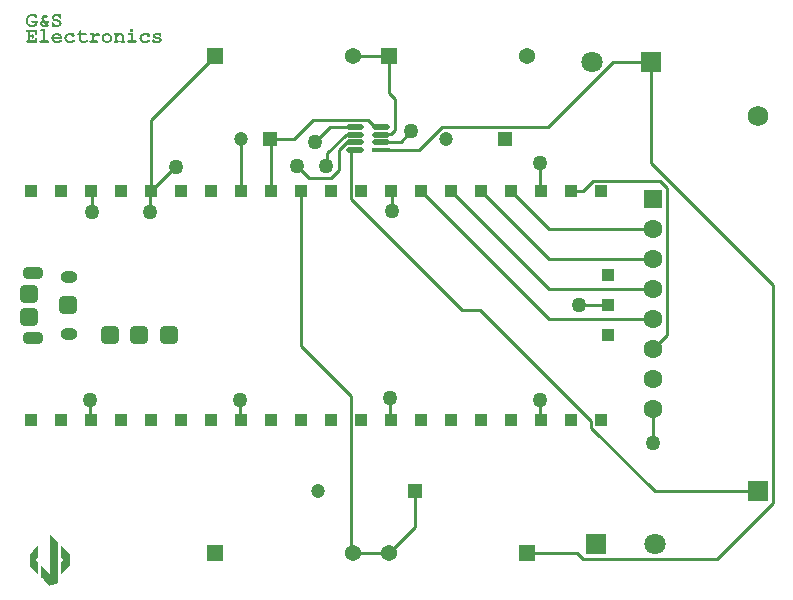
<source format=gbr>
%TF.GenerationSoftware,Altium Limited,Altium Designer,23.0.1 (38)*%
G04 Layer_Physical_Order=1*
G04 Layer_Color=255*
%FSLAX45Y45*%
%MOMM*%
%TF.SameCoordinates,E21AF8FC-8B61-408E-9598-FC2968858709*%
%TF.FilePolarity,Positive*%
%TF.FileFunction,Copper,L1,Top,Signal*%
%TF.Part,Single*%
G01*
G75*
%TA.AperFunction,BGAPad,CuDef*%
%ADD10R,1.00000X1.00000*%
%TA.AperFunction,SMDPad,CuDef*%
G04:AMPARAMS|DCode=11|XSize=1.5mm|YSize=1.5mm|CornerRadius=0.3mm|HoleSize=0mm|Usage=FLASHONLY|Rotation=90.000|XOffset=0mm|YOffset=0mm|HoleType=Round|Shape=RoundedRectangle|*
%AMROUNDEDRECTD11*
21,1,1.50000,0.90000,0,0,90.0*
21,1,0.90000,1.50000,0,0,90.0*
1,1,0.60000,0.45000,0.45000*
1,1,0.60000,0.45000,-0.45000*
1,1,0.60000,-0.45000,-0.45000*
1,1,0.60000,-0.45000,0.45000*
%
%ADD11ROUNDEDRECTD11*%
%TA.AperFunction,ConnectorPad*%
%ADD12O,1.45000X1.05000*%
%ADD13O,1.80000X1.10000*%
%TA.AperFunction,SMDPad,CuDef*%
G04:AMPARAMS|DCode=14|XSize=1.50524mm|YSize=0.45493mm|CornerRadius=0.22746mm|HoleSize=0mm|Usage=FLASHONLY|Rotation=180.000|XOffset=0mm|YOffset=0mm|HoleType=Round|Shape=RoundedRectangle|*
%AMROUNDEDRECTD14*
21,1,1.50524,0.00000,0,0,180.0*
21,1,1.05031,0.45493,0,0,180.0*
1,1,0.45493,-0.52516,0.00000*
1,1,0.45493,0.52516,0.00000*
1,1,0.45493,0.52516,0.00000*
1,1,0.45493,-0.52516,0.00000*
%
%ADD14ROUNDEDRECTD14*%
%ADD15R,1.50524X0.45493*%
%TA.AperFunction,Conductor*%
%ADD16C,0.25400*%
%TA.AperFunction,ComponentPad*%
%ADD17R,1.20000X1.20000*%
%ADD18C,1.20000*%
%ADD19C,1.37160*%
%ADD20R,1.37160X1.37160*%
%ADD21C,1.80000*%
%ADD22R,1.80000X1.80000*%
%ADD23C,1.60500*%
%ADD24R,1.60500X1.60500*%
%ADD25C,1.72720*%
%ADD26R,1.72720X1.72720*%
%TA.AperFunction,ViaPad*%
%ADD27C,1.27000*%
G36*
X3037183Y5613851D02*
X3038243D01*
Y5612790D01*
X3039304D01*
Y5611730D01*
X3040364D01*
Y5610669D01*
X3041425D01*
Y5609609D01*
X3042485D01*
Y5608548D01*
X3043546D01*
Y5607487D01*
X3044606D01*
Y5606427D01*
X3045667D01*
Y5605366D01*
X3046727D01*
Y5604306D01*
X3047788D01*
Y5603245D01*
X3048849D01*
Y5602185D01*
X3049909D01*
Y5601124D01*
X3050970D01*
Y5600064D01*
X3052030D01*
Y5599003D01*
X3053091D01*
Y5597943D01*
X3054151D01*
Y5596882D01*
X3055212D01*
Y5595821D01*
X3056272D01*
Y5594761D01*
X3057333D01*
Y5593701D01*
X3058393D01*
Y5592640D01*
X3059454D01*
Y5591579D01*
X3060515D01*
Y5590519D01*
X3061575D01*
Y5589458D01*
X3062635D01*
Y5588398D01*
X3063696D01*
Y5587337D01*
X3064757D01*
Y5586277D01*
X3065817D01*
Y5585216D01*
X3066878D01*
Y5584155D01*
X3067938D01*
Y5583095D01*
X3068999D01*
Y5582035D01*
X3070059D01*
Y5580974D01*
X3071120D01*
Y5579913D01*
X3072181D01*
Y5578853D01*
X3073241D01*
Y5577792D01*
X3074301D01*
Y5576732D01*
X3075362D01*
Y5575671D01*
X3076423D01*
Y5574611D01*
X3077483D01*
Y5573550D01*
X3078544D01*
Y5572489D01*
X3079604D01*
Y5571429D01*
X3080665D01*
Y5570369D01*
X3081725D01*
Y5569308D01*
X3082786D01*
Y5568247D01*
X3083847D01*
Y5567187D01*
X3084907D01*
Y5566126D01*
X3085967D01*
Y5565066D01*
X3087028D01*
Y5564005D01*
X3088089D01*
Y5562945D01*
X3089149D01*
Y5561884D01*
X3090210D01*
Y5560824D01*
X3091270D01*
Y5559763D01*
X3092331D01*
Y5558703D01*
X3093391D01*
Y5557642D01*
X3094452D01*
Y5556581D01*
X3095512D01*
Y5555521D01*
X3096573D01*
Y5554460D01*
X3097634D01*
Y5553400D01*
X3098694D01*
Y5552339D01*
X3099755D01*
Y5551279D01*
X3100815D01*
Y5550218D01*
X3101876D01*
Y5549158D01*
X3102936D01*
Y5548097D01*
X3103997D01*
Y5547037D01*
X3105057D01*
Y5545976D01*
X3106118D01*
Y5539613D01*
X3107178D01*
Y5206602D01*
X3105057D01*
Y5205542D01*
X3101876D01*
Y5204481D01*
X3098694D01*
Y5203421D01*
X3095512D01*
Y5202360D01*
X3092331D01*
Y5201299D01*
X3088089D01*
Y5200239D01*
X3085967D01*
Y5199179D01*
X3081725D01*
Y5198118D01*
X3079604D01*
Y5197057D01*
X3074301D01*
Y5195997D01*
X3073241D01*
Y5194936D01*
X3067938D01*
Y5193876D01*
X3066878D01*
Y5192815D01*
X3061575D01*
Y5191755D01*
X3059454D01*
Y5190694D01*
X3055212D01*
Y5189634D01*
X3053091D01*
Y5188573D01*
X3048849D01*
Y5187513D01*
X3045667D01*
Y5186452D01*
X3043546D01*
Y5185391D01*
X3039304D01*
Y5184331D01*
X3037183D01*
Y5183270D01*
X3031880D01*
Y5184331D01*
X3030819D01*
Y5185391D01*
X3029759D01*
Y5186452D01*
X3028698D01*
Y5187513D01*
X3027638D01*
Y5188573D01*
X3026577D01*
Y5189634D01*
X3025517D01*
Y5190694D01*
X3024456D01*
Y5191755D01*
X3023396D01*
Y5192815D01*
X3022335D01*
Y5193876D01*
X3021274D01*
Y5194936D01*
X3020214D01*
Y5195997D01*
X3019153D01*
Y5197057D01*
X3018093D01*
Y5198118D01*
X3017032D01*
Y5199179D01*
X3015972D01*
Y5200239D01*
X3014911D01*
Y5201299D01*
X3013851D01*
Y5202360D01*
X3012790D01*
Y5203421D01*
X3011730D01*
Y5204481D01*
X3010669D01*
Y5205542D01*
X3009608D01*
Y5206602D01*
X3008548D01*
Y5207663D01*
X3007487D01*
Y5208723D01*
X3006427D01*
Y5209784D01*
X3005366D01*
Y5210845D01*
X3004306D01*
Y5211905D01*
X3003245D01*
Y5212965D01*
X3002185D01*
Y5214026D01*
X3001124D01*
Y5215087D01*
X3000064D01*
Y5216147D01*
X2999003D01*
Y5217208D01*
X2997942D01*
Y5218268D01*
X2996882D01*
Y5219329D01*
X2995821D01*
Y5220389D01*
X2994761D01*
Y5221450D01*
X2993700D01*
Y5222511D01*
X2992640D01*
Y5223571D01*
X2991579D01*
Y5224631D01*
X2990519D01*
Y5225692D01*
X2989458D01*
Y5226753D01*
X2988398D01*
Y5227813D01*
X2987337D01*
Y5228874D01*
X2986276D01*
Y5229934D01*
X2985216D01*
Y5230995D01*
X2984155D01*
Y5232055D01*
X2983095D01*
Y5234176D01*
X2982034D01*
Y5235237D01*
X2980974D01*
Y5236298D01*
X2979913D01*
Y5237358D01*
X2978853D01*
Y5238419D01*
X2977792D01*
Y5239479D01*
X2976732D01*
Y5240540D01*
X2975671D01*
Y5241600D01*
X2974611D01*
Y5242661D01*
X2973550D01*
Y5243721D01*
X2972489D01*
Y5244782D01*
X2971429D01*
Y5245842D01*
X2970368D01*
Y5246903D01*
X2969308D01*
Y5247964D01*
X2968247D01*
Y5249024D01*
X2967187D01*
Y5250084D01*
X2966126D01*
Y5251145D01*
X2965066D01*
Y5252206D01*
X2962945D01*
Y5253266D01*
X2961884D01*
Y5254327D01*
X2960823D01*
Y5255387D01*
X2959763D01*
Y5256448D01*
X2958702D01*
Y5354018D01*
X2961884D01*
Y5352957D01*
X2962945D01*
Y5350836D01*
X2964005D01*
Y5349776D01*
X2965066D01*
Y5348715D01*
X2966126D01*
Y5347655D01*
X2967187D01*
Y5346594D01*
X2968247D01*
Y5345533D01*
X2969308D01*
Y5344473D01*
X2970368D01*
Y5343412D01*
X2971429D01*
Y5342352D01*
X2972489D01*
Y5341291D01*
X2973550D01*
Y5340231D01*
X2974611D01*
Y5339170D01*
X2975671D01*
Y5338110D01*
X2976732D01*
Y5337049D01*
X2977792D01*
Y5335989D01*
X2978853D01*
Y5334928D01*
X2979913D01*
Y5333867D01*
X2980974D01*
Y5332807D01*
X2982034D01*
Y5331746D01*
X2983095D01*
Y5330686D01*
X2984155D01*
Y5329625D01*
X2985216D01*
Y5328565D01*
X2986276D01*
Y5327504D01*
X2987337D01*
Y5326444D01*
X2988398D01*
Y5325383D01*
X2989458D01*
Y5324323D01*
X2990519D01*
Y5323262D01*
X2991579D01*
Y5322201D01*
X2992640D01*
Y5321141D01*
X2993700D01*
Y5320080D01*
X2994761D01*
Y5319020D01*
X2995821D01*
Y5317959D01*
X2996882D01*
Y5316899D01*
X2997942D01*
Y5315838D01*
X2999003D01*
Y5314778D01*
X3000064D01*
Y5313717D01*
X3001124D01*
Y5312657D01*
X3002185D01*
Y5311596D01*
X3003245D01*
Y5310535D01*
X3005366D01*
Y5309475D01*
X3006427D01*
Y5308414D01*
X3007487D01*
Y5307354D01*
X3008548D01*
Y5306293D01*
X3009608D01*
Y5305233D01*
X3010669D01*
Y5304172D01*
X3011730D01*
Y5303112D01*
X3012790D01*
Y5302051D01*
X3013851D01*
Y5300991D01*
X3014911D01*
Y5299930D01*
X3015972D01*
Y5298870D01*
X3017032D01*
Y5297809D01*
X3018093D01*
Y5296748D01*
X3019153D01*
Y5295688D01*
X3020214D01*
Y5294627D01*
X3021274D01*
Y5293567D01*
X3022335D01*
Y5292506D01*
X3023396D01*
Y5291446D01*
X3024456D01*
Y5290385D01*
X3025517D01*
Y5289325D01*
X3026577D01*
Y5288264D01*
X3027638D01*
Y5287204D01*
X3028698D01*
Y5286143D01*
X3029759D01*
Y5285082D01*
X3030819D01*
Y5284022D01*
X3031880D01*
Y5282961D01*
X3032940D01*
Y5281901D01*
X3034001D01*
Y5375229D01*
Y5376289D01*
Y5615972D01*
X3037183D01*
Y5613851D01*
D02*
G37*
G36*
X3131571Y5520523D02*
X3132632D01*
Y5519462D01*
X3133692D01*
Y5518402D01*
X3134752D01*
Y5516281D01*
X3135813D01*
Y5515220D01*
X3136874D01*
Y5514160D01*
X3137934D01*
Y5513099D01*
X3138995D01*
Y5512039D01*
X3140055D01*
Y5510978D01*
X3141116D01*
Y5509918D01*
X3142176D01*
Y5508857D01*
X3143237D01*
Y5507796D01*
X3144297D01*
Y5506736D01*
X3145358D01*
Y5505675D01*
X3146418D01*
Y5504615D01*
X3147479D01*
Y5503554D01*
X3148540D01*
Y5502494D01*
X3149600D01*
Y5501433D01*
X3150661D01*
Y5500373D01*
X3151721D01*
Y5499312D01*
X3152782D01*
Y5498252D01*
X3153842D01*
Y5497191D01*
X3154903D01*
Y5496130D01*
X3155963D01*
Y5495070D01*
X3157024D01*
Y5494009D01*
X3158084D01*
Y5492949D01*
X3159145D01*
Y5491888D01*
X3160206D01*
Y5490828D01*
X3161266D01*
Y5489767D01*
X3162327D01*
Y5488707D01*
X3163387D01*
Y5487646D01*
X3164448D01*
Y5486586D01*
X3165508D01*
Y5485525D01*
X3166569D01*
Y5484465D01*
X3167629D01*
Y5483404D01*
X3168690D01*
Y5482343D01*
X3169750D01*
Y5481283D01*
X3170811D01*
Y5480222D01*
X3171871D01*
Y5479162D01*
X3172932D01*
Y5478101D01*
X3173993D01*
Y5477041D01*
X3175053D01*
Y5475980D01*
X3176114D01*
Y5474920D01*
X3177174D01*
Y5473859D01*
X3178235D01*
Y5472799D01*
X3179295D01*
Y5471738D01*
X3180356D01*
Y5470677D01*
X3181416D01*
Y5469617D01*
X3182477D01*
Y5468557D01*
X3183537D01*
Y5467496D01*
X3184598D01*
Y5466435D01*
X3185659D01*
Y5465375D01*
X3186719D01*
Y5464314D01*
X3187780D01*
Y5463254D01*
X3188840D01*
Y5462193D01*
X3189901D01*
Y5461133D01*
X3190961D01*
Y5460072D01*
X3192022D01*
Y5459011D01*
X3194143D01*
Y5457951D01*
X3195203D01*
Y5456891D01*
X3196264D01*
Y5455830D01*
X3197325D01*
Y5454769D01*
X3198385D01*
Y5453709D01*
X3199446D01*
Y5452648D01*
X3200506D01*
Y5451588D01*
X3201567D01*
Y5449467D01*
X3202627D01*
Y5445224D01*
X3201567D01*
Y5360381D01*
X3202627D01*
Y5359320D01*
X3201567D01*
Y5356139D01*
X3202627D01*
Y5355078D01*
X3201567D01*
Y5352957D01*
X3202627D01*
Y5351897D01*
X3201567D01*
Y5350836D01*
X3200506D01*
Y5349776D01*
X3199446D01*
Y5348715D01*
X3198385D01*
Y5347655D01*
X3197325D01*
Y5346594D01*
X3196264D01*
Y5345533D01*
X3195203D01*
Y5344473D01*
X3194143D01*
Y5343412D01*
X3193082D01*
Y5342352D01*
X3192022D01*
Y5341291D01*
X3190961D01*
Y5340231D01*
X3189901D01*
Y5339170D01*
X3188840D01*
Y5338110D01*
X3187780D01*
Y5337049D01*
X3186719D01*
Y5335989D01*
X3185659D01*
Y5334928D01*
X3184598D01*
Y5333867D01*
X3183537D01*
Y5332807D01*
X3182477D01*
Y5331746D01*
X3181416D01*
Y5330686D01*
X3180356D01*
Y5329625D01*
X3179295D01*
Y5328565D01*
X3178235D01*
Y5327504D01*
X3177174D01*
Y5326444D01*
X3176114D01*
Y5325383D01*
X3175053D01*
Y5324323D01*
X3173993D01*
Y5323262D01*
X3172932D01*
Y5322201D01*
X3171871D01*
Y5321141D01*
X3170811D01*
Y5320080D01*
X3169750D01*
Y5319020D01*
X3168690D01*
Y5317959D01*
X3167629D01*
Y5316899D01*
X3166569D01*
Y5315838D01*
X3165508D01*
Y5314778D01*
X3164448D01*
Y5313717D01*
X3163387D01*
Y5312657D01*
X3162327D01*
Y5311596D01*
X3161266D01*
Y5310535D01*
X3160206D01*
Y5309475D01*
X3159145D01*
Y5308414D01*
X3158084D01*
Y5307354D01*
X3157024D01*
Y5306293D01*
X3155963D01*
Y5305233D01*
X3154903D01*
Y5304172D01*
X3153842D01*
Y5303112D01*
X3152782D01*
Y5302051D01*
X3151721D01*
Y5300991D01*
X3150661D01*
Y5299930D01*
X3149600D01*
Y5298870D01*
X3148540D01*
Y5297809D01*
X3147479D01*
Y5296748D01*
X3146418D01*
Y5295688D01*
X3145358D01*
Y5294627D01*
X3144297D01*
Y5293567D01*
X3143237D01*
Y5292506D01*
X3142176D01*
Y5291446D01*
X3141116D01*
Y5290385D01*
X3140055D01*
Y5289325D01*
X3138995D01*
Y5288264D01*
X3137934D01*
Y5287204D01*
X3136874D01*
Y5286143D01*
X3135813D01*
Y5285082D01*
X3134752D01*
Y5284022D01*
X3133692D01*
Y5282961D01*
X3132632D01*
Y5281901D01*
X3131571D01*
Y5280840D01*
X3128389D01*
Y5377350D01*
X3129450D01*
Y5378410D01*
X3130510D01*
Y5379471D01*
X3131571D01*
Y5380531D01*
X3132632D01*
Y5381592D01*
X3133692D01*
Y5382652D01*
X3134752D01*
Y5383713D01*
X3135813D01*
Y5384774D01*
X3136874D01*
Y5385834D01*
X3137934D01*
Y5386894D01*
X3138995D01*
Y5387955D01*
X3140055D01*
Y5389016D01*
X3141116D01*
Y5390076D01*
X3142176D01*
Y5391137D01*
X3143237D01*
Y5392197D01*
X3144297D01*
Y5393258D01*
X3145358D01*
Y5394318D01*
X3146418D01*
Y5395379D01*
X3147479D01*
Y5396440D01*
X3148540D01*
Y5397500D01*
X3149600D01*
Y5398560D01*
X3150661D01*
Y5400682D01*
X3151721D01*
Y5402803D01*
X3150661D01*
Y5403863D01*
X3149600D01*
Y5404924D01*
X3148540D01*
Y5405984D01*
X3147479D01*
Y5407045D01*
X3146418D01*
Y5408106D01*
X3145358D01*
Y5409166D01*
X3144297D01*
Y5410226D01*
X3143237D01*
Y5411287D01*
X3142176D01*
Y5412348D01*
X3141116D01*
Y5413408D01*
X3140055D01*
Y5414469D01*
X3138995D01*
Y5415529D01*
X3137934D01*
Y5416590D01*
X3136874D01*
Y5417650D01*
X3135813D01*
Y5418711D01*
X3134752D01*
Y5419771D01*
X3133692D01*
Y5420832D01*
X3132632D01*
Y5421892D01*
X3131571D01*
Y5422953D01*
X3130510D01*
Y5424014D01*
X3129450D01*
Y5521584D01*
X3131571D01*
Y5520523D01*
D02*
G37*
G36*
X2936431Y5424014D02*
X2935371D01*
Y5422953D01*
X2934310D01*
Y5421892D01*
X2933249D01*
Y5420832D01*
X2932189D01*
Y5419771D01*
X2931128D01*
Y5418711D01*
X2930068D01*
Y5417650D01*
X2929007D01*
Y5416590D01*
X2927947D01*
Y5415529D01*
X2926886D01*
Y5414469D01*
X2925825D01*
Y5413408D01*
X2924765D01*
Y5412348D01*
X2923705D01*
Y5411287D01*
X2922644D01*
Y5410226D01*
X2921583D01*
Y5409166D01*
X2920523D01*
Y5408106D01*
X2919462D01*
Y5407045D01*
X2918402D01*
Y5405984D01*
X2917341D01*
Y5404924D01*
X2916281D01*
Y5403863D01*
X2915220D01*
Y5402803D01*
X2914160D01*
Y5400682D01*
X2915220D01*
Y5399621D01*
X2916281D01*
Y5398560D01*
X2917341D01*
Y5397500D01*
X2918402D01*
Y5396440D01*
X2919462D01*
Y5395379D01*
X2920523D01*
Y5394318D01*
X2921583D01*
Y5393258D01*
X2922644D01*
Y5392197D01*
X2923705D01*
Y5391137D01*
X2924765D01*
Y5390076D01*
X2925825D01*
Y5389016D01*
X2926886D01*
Y5387955D01*
X2927947D01*
Y5386894D01*
X2929007D01*
Y5385834D01*
X2930068D01*
Y5384774D01*
X2931128D01*
Y5383713D01*
X2932189D01*
Y5382652D01*
X2933249D01*
Y5381592D01*
X2934310D01*
Y5380531D01*
X2935371D01*
Y5379471D01*
X2936431D01*
Y5378410D01*
X2937491D01*
Y5368865D01*
Y5367805D01*
Y5280840D01*
X2934310D01*
Y5281901D01*
X2933249D01*
Y5282961D01*
X2932189D01*
Y5284022D01*
X2931128D01*
Y5285082D01*
X2930068D01*
Y5286143D01*
X2929007D01*
Y5287204D01*
X2927947D01*
Y5288264D01*
X2926886D01*
Y5289325D01*
X2925825D01*
Y5290385D01*
X2924765D01*
Y5291446D01*
X2923705D01*
Y5292506D01*
X2922644D01*
Y5293567D01*
X2921583D01*
Y5294627D01*
X2920523D01*
Y5295688D01*
X2919462D01*
Y5296748D01*
X2918402D01*
Y5297809D01*
X2917341D01*
Y5298870D01*
X2916281D01*
Y5299930D01*
X2915220D01*
Y5300991D01*
X2914160D01*
Y5302051D01*
X2913099D01*
Y5303112D01*
X2912039D01*
Y5304172D01*
X2910978D01*
Y5305233D01*
X2909917D01*
Y5306293D01*
X2908857D01*
Y5307354D01*
X2907796D01*
Y5308414D01*
X2906736D01*
Y5309475D01*
X2905675D01*
Y5310535D01*
X2904615D01*
Y5311596D01*
X2903554D01*
Y5312657D01*
X2902494D01*
Y5313717D01*
X2901433D01*
Y5314778D01*
X2900373D01*
Y5315838D01*
X2899312D01*
Y5316899D01*
X2898252D01*
Y5317959D01*
X2897191D01*
Y5319020D01*
X2896130D01*
Y5320080D01*
X2895070D01*
Y5321141D01*
X2894009D01*
Y5322201D01*
X2892949D01*
Y5323262D01*
X2891888D01*
Y5324323D01*
X2890828D01*
Y5325383D01*
X2889767D01*
Y5326444D01*
X2888707D01*
Y5327504D01*
X2887646D01*
Y5328565D01*
X2886586D01*
Y5329625D01*
X2885525D01*
Y5330686D01*
X2884464D01*
Y5331746D01*
X2883404D01*
Y5332807D01*
X2882343D01*
Y5333867D01*
X2881283D01*
Y5334928D01*
X2880222D01*
Y5335989D01*
X2879162D01*
Y5337049D01*
X2878101D01*
Y5338110D01*
X2877041D01*
Y5339170D01*
X2875980D01*
Y5340231D01*
X2874920D01*
Y5341291D01*
X2873859D01*
Y5342352D01*
X2872798D01*
Y5343412D01*
X2871738D01*
Y5344473D01*
X2870677D01*
Y5345533D01*
X2869617D01*
Y5346594D01*
X2868556D01*
Y5347655D01*
X2867496D01*
Y5348715D01*
X2866435D01*
Y5349776D01*
X2865375D01*
Y5350836D01*
X2864314D01*
Y5451588D01*
X2865375D01*
Y5452648D01*
X2867496D01*
Y5453709D01*
X2868556D01*
Y5454769D01*
X2869617D01*
Y5455830D01*
X2870677D01*
Y5456891D01*
X2871738D01*
Y5457951D01*
X2872798D01*
Y5459011D01*
X2873859D01*
Y5460072D01*
X2874920D01*
Y5461133D01*
X2875980D01*
Y5462193D01*
X2877041D01*
Y5463254D01*
X2878101D01*
Y5464314D01*
X2879162D01*
Y5465375D01*
X2880222D01*
Y5466435D01*
X2881283D01*
Y5467496D01*
X2882343D01*
Y5468557D01*
X2883404D01*
Y5469617D01*
X2884464D01*
Y5470677D01*
X2885525D01*
Y5471738D01*
X2886586D01*
Y5472799D01*
X2887646D01*
Y5473859D01*
X2888707D01*
Y5474920D01*
X2889767D01*
Y5475980D01*
X2890828D01*
Y5477041D01*
X2891888D01*
Y5478101D01*
X2892949D01*
Y5479162D01*
X2894009D01*
Y5480222D01*
X2895070D01*
Y5481283D01*
X2896130D01*
Y5482343D01*
X2897191D01*
Y5483404D01*
X2898252D01*
Y5484465D01*
X2899312D01*
Y5485525D01*
X2900373D01*
Y5486586D01*
X2901433D01*
Y5487646D01*
X2902494D01*
Y5488707D01*
X2903554D01*
Y5489767D01*
X2904615D01*
Y5490828D01*
X2905675D01*
Y5491888D01*
X2906736D01*
Y5492949D01*
X2907796D01*
Y5494009D01*
X2908857D01*
Y5495070D01*
X2909917D01*
Y5496130D01*
X2910978D01*
Y5497191D01*
X2912039D01*
Y5498252D01*
X2913099D01*
Y5499312D01*
X2914160D01*
Y5500373D01*
X2915220D01*
Y5501433D01*
X2916281D01*
Y5502494D01*
X2917341D01*
Y5503554D01*
X2918402D01*
Y5504615D01*
X2919462D01*
Y5505675D01*
X2920523D01*
Y5506736D01*
X2921583D01*
Y5507796D01*
X2922644D01*
Y5508857D01*
X2923705D01*
Y5509918D01*
X2924765D01*
Y5510978D01*
X2925825D01*
Y5512039D01*
X2926886D01*
Y5513099D01*
X2927947D01*
Y5514160D01*
X2929007D01*
Y5515220D01*
X2930068D01*
Y5516281D01*
X2931128D01*
Y5517341D01*
X2932189D01*
Y5518402D01*
X2933249D01*
Y5519462D01*
X2934310D01*
Y5521584D01*
X2936431D01*
Y5424014D01*
D02*
G37*
G36*
X2993935Y10015235D02*
X2996157Y10014864D01*
X2996342D01*
X2996713Y10014679D01*
X2997268Y10014494D01*
X2998194Y10014309D01*
X3000231Y10013568D01*
X3002638Y10012642D01*
X3002823D01*
X3003193Y10012828D01*
X3004304Y10013383D01*
X3005786Y10013939D01*
X3007267Y10014124D01*
X3007823D01*
X3008563Y10013939D01*
X3009304Y10013753D01*
X3010230Y10013383D01*
X3011341Y10013013D01*
X3012452Y10012272D01*
X3013378Y10011346D01*
X3013563Y10011161D01*
X3013748Y10010976D01*
X3014303Y10010420D01*
X3014859Y10009680D01*
X3015785Y10007643D01*
X3015970Y10006347D01*
X3016155Y10005051D01*
Y10004865D01*
Y10004495D01*
Y10003940D01*
X3015970Y10003384D01*
X3015600Y10001718D01*
X3014674Y10000051D01*
X3014303Y9999681D01*
X3013933Y9999310D01*
X3013378Y9998755D01*
X3012637Y9998199D01*
X3011711Y9997459D01*
X3010415Y9996718D01*
X3008934Y9995792D01*
X3001527Y9991904D01*
X3001342Y9992089D01*
X3000786Y9992459D01*
X3000046Y9993200D01*
X2999120Y9993941D01*
X2996898Y9995607D01*
X2995787Y9996348D01*
X2994676Y9996903D01*
X2994305Y9997088D01*
X2993380Y9997459D01*
X2991898Y9997829D01*
X2990047Y9998014D01*
X2989306D01*
X2988565Y9997829D01*
X2987639Y9997644D01*
X2986528Y9997274D01*
X2985417Y9996903D01*
X2984306Y9996163D01*
X2983195Y9995237D01*
X2983010Y9995052D01*
X2982825Y9994681D01*
X2982455Y9994126D01*
X2981899Y9993385D01*
X2980973Y9991348D01*
X2980788Y9990237D01*
X2980603Y9988941D01*
Y9988756D01*
Y9988386D01*
X2980788Y9987645D01*
X2981159Y9986534D01*
X2981899Y9985053D01*
X2982640Y9983201D01*
X2983936Y9980979D01*
X2985603Y9978387D01*
X3003749Y9952093D01*
X3008193Y9967092D01*
X3018932D01*
X3020043Y9966906D01*
X3022636Y9966536D01*
X3023747Y9966166D01*
X3024673Y9965795D01*
X3024858Y9965610D01*
X3025413Y9965240D01*
X3025969Y9964684D01*
X3026895Y9963759D01*
X3027635Y9962648D01*
X3028191Y9961351D01*
X3028746Y9959870D01*
X3028931Y9958018D01*
Y9957833D01*
Y9957463D01*
X3028746Y9956722D01*
Y9955982D01*
X3028006Y9953945D01*
X3027450Y9952834D01*
X3026709Y9951908D01*
X3026524Y9951723D01*
X3026339Y9951538D01*
X3025228Y9950797D01*
X3023562Y9949871D01*
X3022451Y9949686D01*
X3021340Y9949501D01*
Y9949316D01*
X3021154Y9949130D01*
X3020969Y9948019D01*
X3020414Y9946353D01*
X3019858Y9944131D01*
X3018932Y9941909D01*
X3018007Y9939502D01*
X3016896Y9937095D01*
X3015785Y9934873D01*
X3018192D01*
X3019488Y9934688D01*
X3021154Y9934502D01*
X3022636Y9934317D01*
X3023932Y9933947D01*
X3024858Y9933577D01*
X3025043Y9933391D01*
X3025598Y9933021D01*
X3026154Y9932466D01*
X3027080Y9931725D01*
X3027820Y9930614D01*
X3028376Y9929318D01*
X3028931Y9927836D01*
X3029117Y9925985D01*
Y9925800D01*
Y9925429D01*
X3028931Y9924689D01*
X3028746Y9923763D01*
X3028376Y9922837D01*
X3028006Y9921726D01*
X3027265Y9920615D01*
X3026339Y9919689D01*
X3026154Y9919504D01*
X3025784Y9919319D01*
X3025043Y9918948D01*
X3024117Y9918578D01*
X3022821Y9918023D01*
X3021340Y9917652D01*
X3019488Y9917467D01*
X3017266Y9917282D01*
X3006712D01*
X3004860Y9919874D01*
X3004675Y9919689D01*
X3004119Y9919504D01*
X3003379Y9918948D01*
X3002453Y9918393D01*
X3000046Y9917282D01*
X2997453Y9916171D01*
X2997268D01*
X2996527Y9915986D01*
X2995416Y9915615D01*
X2993935Y9915430D01*
X2991898Y9915060D01*
X2989861Y9914690D01*
X2987269Y9914504D01*
X2983195D01*
X2982084Y9914690D01*
X2980788D01*
X2979307Y9914875D01*
X2975789Y9915430D01*
X2971900Y9916541D01*
X2967827Y9917837D01*
X2963938Y9919874D01*
X2962087Y9920985D01*
X2960420Y9922467D01*
Y9922652D01*
X2960050Y9922837D01*
X2959124Y9923948D01*
X2957643Y9925614D01*
X2956161Y9928022D01*
X2954680Y9930984D01*
X2953199Y9934317D01*
X2952273Y9938206D01*
X2952088Y9940428D01*
X2951902Y9942650D01*
Y9942835D01*
Y9943020D01*
Y9944131D01*
X2952088Y9945612D01*
X2952458Y9947834D01*
X2952828Y9950241D01*
X2953569Y9952834D01*
X2954680Y9955796D01*
X2955976Y9958574D01*
X2956161Y9958944D01*
X2956717Y9959870D01*
X2957828Y9961166D01*
X2959309Y9963018D01*
X2960976Y9965055D01*
X2963383Y9967092D01*
X2965975Y9969314D01*
X2969123Y9971350D01*
X2968938Y9971721D01*
X2968567Y9972461D01*
X2967827Y9973572D01*
X2967086Y9974869D01*
X2965420Y9978202D01*
X2964679Y9979683D01*
X2964123Y9981164D01*
Y9981349D01*
X2963938Y9981720D01*
X2963753Y9982460D01*
X2963568Y9983386D01*
X2963198Y9985793D01*
X2963012Y9988571D01*
Y9988756D01*
Y9989126D01*
Y9989682D01*
X2963198Y9990422D01*
X2963383Y9992459D01*
X2963938Y9995052D01*
X2965049Y9997829D01*
X2966345Y10001162D01*
X2968382Y10004310D01*
X2969493Y10005976D01*
X2970975Y10007458D01*
X2971160Y10007643D01*
X2971345Y10007828D01*
X2972456Y10008754D01*
X2974122Y10010050D01*
X2976529Y10011531D01*
X2979307Y10013013D01*
X2982455Y10014309D01*
X2986158Y10015235D01*
X2988195Y10015605D01*
X2992083D01*
X2993935Y10015235D01*
D02*
G37*
G36*
X2886724Y10024123D02*
X2888761Y10023938D01*
X2891168Y10023752D01*
X2895982Y10022827D01*
X2896353D01*
X2897093Y10022641D01*
X2898389Y10022271D01*
X2900056Y10021716D01*
X2901908Y10021160D01*
X2904130Y10020419D01*
X2908574Y10018383D01*
X2908759Y10018568D01*
X2909129Y10018938D01*
X2909870Y10019494D01*
X2910796Y10020049D01*
X2913018Y10021160D01*
X2914129Y10021530D01*
X2915425Y10021716D01*
X2916165D01*
X2916721Y10021530D01*
X2917647Y10021345D01*
X2918758Y10020975D01*
X2919684Y10020605D01*
X2920795Y10019864D01*
X2921720Y10018938D01*
X2921906Y10018753D01*
X2922091Y10018383D01*
X2922461Y10017827D01*
X2923017Y10016901D01*
X2923387Y10015605D01*
X2923757Y10013939D01*
X2923942Y10012087D01*
X2924128Y10009865D01*
Y9998385D01*
Y9998199D01*
Y9997274D01*
X2923942Y9996163D01*
X2923757Y9994866D01*
X2923017Y9991904D01*
X2922461Y9990422D01*
X2921535Y9989311D01*
X2921350Y9989126D01*
X2921165Y9988941D01*
X2920609Y9988571D01*
X2919869Y9988015D01*
X2917832Y9987089D01*
X2916721Y9986904D01*
X2915240Y9986719D01*
X2914684D01*
X2914129Y9986904D01*
X2913573D01*
X2911721Y9987460D01*
X2910055Y9988571D01*
X2909685Y9988941D01*
X2909499Y9989311D01*
X2908944Y9989867D01*
X2908574Y9990608D01*
X2908018Y9991533D01*
X2907463Y9992830D01*
X2907092Y9994311D01*
Y9994496D01*
X2906907Y9995052D01*
X2906722Y9995792D01*
X2906352Y9996718D01*
X2905611Y9998755D01*
X2905055Y9999496D01*
X2904500Y10000236D01*
X2904315Y10000421D01*
X2904130Y10000607D01*
X2903389Y10001162D01*
X2902648Y10001718D01*
X2901352Y10002458D01*
X2900056Y10003199D01*
X2898204Y10003940D01*
X2896167Y10004680D01*
X2895982Y10004865D01*
X2895056Y10005051D01*
X2893945Y10005421D01*
X2892279Y10005791D01*
X2890242Y10006162D01*
X2888020Y10006347D01*
X2885613Y10006717D01*
X2880984D01*
X2879132Y10006532D01*
X2876540Y10006162D01*
X2873762Y10005606D01*
X2870615Y10004865D01*
X2867467Y10003754D01*
X2864504Y10002273D01*
X2864319Y10002088D01*
X2863578Y10001718D01*
X2862467Y10000792D01*
X2861171Y9999681D01*
X2859505Y9998199D01*
X2857838Y9996348D01*
X2856172Y9993941D01*
X2854320Y9991163D01*
X2854135Y9990793D01*
X2853579Y9989867D01*
X2852839Y9988200D01*
X2852098Y9985979D01*
X2851172Y9983386D01*
X2850431Y9980609D01*
X2849876Y9977276D01*
X2849691Y9973943D01*
Y9960981D01*
Y9960796D01*
Y9960426D01*
Y9959685D01*
X2849876Y9958574D01*
Y9957463D01*
X2850061Y9956167D01*
X2850802Y9953019D01*
X2851728Y9949501D01*
X2853209Y9945797D01*
X2855246Y9942464D01*
X2856357Y9940798D01*
X2857838Y9939317D01*
X2858023D01*
X2858208Y9938946D01*
X2858764Y9938576D01*
X2859505Y9938206D01*
X2860245Y9937650D01*
X2861356Y9937095D01*
X2862652Y9936354D01*
X2864319Y9935799D01*
X2865985Y9935058D01*
X2867837Y9934317D01*
X2870059Y9933762D01*
X2872466Y9933206D01*
X2875059Y9932836D01*
X2877836Y9932466D01*
X2880799Y9932095D01*
X2886168D01*
X2887279Y9932280D01*
X2888576D01*
X2891538Y9932651D01*
X2895056Y9933206D01*
X2898760Y9933947D01*
X2902648Y9935058D01*
X2906537Y9936539D01*
Y9949316D01*
X2887465D01*
X2886354Y9949501D01*
X2884872Y9949686D01*
X2881724Y9950427D01*
X2880428Y9950982D01*
X2879132Y9951723D01*
X2878947Y9951908D01*
X2878762Y9952093D01*
X2878391Y9952649D01*
X2877836Y9953389D01*
X2876910Y9955426D01*
X2876725Y9956722D01*
X2876540Y9958018D01*
Y9958204D01*
Y9958759D01*
X2876725Y9959315D01*
X2876910Y9960240D01*
X2877651Y9962277D01*
X2878206Y9963388D01*
X2879132Y9964314D01*
X2879317Y9964499D01*
X2879688Y9964684D01*
X2880428Y9965055D01*
X2881354Y9965610D01*
X2882650Y9966166D01*
X2884317Y9966536D01*
X2886354Y9966721D01*
X2888576Y9966906D01*
X2924683D01*
X2925238Y9966721D01*
X2925979Y9966536D01*
X2928016Y9965795D01*
X2928942Y9965240D01*
X2930053Y9964314D01*
X2930238Y9964129D01*
X2930423Y9963944D01*
X2930979Y9963388D01*
X2931534Y9962648D01*
X2932460Y9960611D01*
X2932645Y9959500D01*
X2932830Y9958018D01*
Y9957833D01*
Y9957463D01*
X2932645Y9956722D01*
X2932460Y9955796D01*
X2932090Y9954871D01*
X2931719Y9953760D01*
X2930979Y9952649D01*
X2930053Y9951723D01*
X2929868Y9951538D01*
X2929497Y9951352D01*
X2928942Y9950982D01*
X2928201Y9950612D01*
X2926349Y9949686D01*
X2925238Y9949501D01*
X2924128Y9949316D01*
Y9925614D01*
X2923942D01*
X2923572Y9925429D01*
X2923017Y9925059D01*
X2922091Y9924503D01*
X2921165Y9924133D01*
X2919869Y9923392D01*
X2917091Y9922096D01*
X2913758Y9920615D01*
X2910425Y9919134D01*
X2906907Y9917837D01*
X2903574Y9916912D01*
X2903204Y9916726D01*
X2902093Y9916541D01*
X2900426Y9916171D01*
X2898204Y9915801D01*
X2895427Y9915245D01*
X2892464Y9914875D01*
X2888946Y9914690D01*
X2885428Y9914504D01*
X2883206D01*
X2881910Y9914690D01*
X2880613D01*
X2877281Y9915060D01*
X2873392Y9915430D01*
X2869133Y9916171D01*
X2864689Y9917097D01*
X2860245Y9918393D01*
X2860060D01*
X2859875Y9918578D01*
X2858764Y9918948D01*
X2857097Y9919689D01*
X2855061Y9920615D01*
X2852839Y9921726D01*
X2850431Y9923022D01*
X2848024Y9924503D01*
X2845987Y9926170D01*
X2845802Y9926355D01*
X2845062Y9927096D01*
X2844136Y9928207D01*
X2842840Y9929688D01*
X2841358Y9931725D01*
X2839692Y9934132D01*
X2838025Y9936910D01*
X2836359Y9940243D01*
Y9940428D01*
X2836174Y9940613D01*
X2835988Y9941168D01*
X2835618Y9941909D01*
X2835063Y9943761D01*
X2834322Y9946353D01*
X2833396Y9949501D01*
X2832841Y9953019D01*
X2832285Y9956907D01*
X2832100Y9961166D01*
Y9973758D01*
Y9973943D01*
Y9974498D01*
Y9975424D01*
X2832285Y9976720D01*
X2832470Y9978387D01*
X2832655Y9980053D01*
X2833026Y9982090D01*
X2833396Y9984312D01*
X2834692Y9989311D01*
X2835618Y9991904D01*
X2836729Y9994681D01*
X2837840Y9997274D01*
X2839321Y10000051D01*
X2840988Y10002829D01*
X2842840Y10005421D01*
X2843025Y10005606D01*
X2843580Y10006162D01*
X2844321Y10007087D01*
X2845432Y10008384D01*
X2846913Y10009865D01*
X2848765Y10011346D01*
X2850802Y10013198D01*
X2853209Y10014864D01*
X2855801Y10016716D01*
X2858764Y10018383D01*
X2862097Y10019864D01*
X2865615Y10021345D01*
X2869318Y10022641D01*
X2873392Y10023567D01*
X2877651Y10024123D01*
X2882280Y10024308D01*
X2884872D01*
X2886724Y10024123D01*
D02*
G37*
G36*
X3095036D02*
X3096887Y10023938D01*
X3098924Y10023567D01*
X3103368Y10022641D01*
X3103553D01*
X3104294Y10022456D01*
X3105590Y10022086D01*
X3106886Y10021530D01*
X3108553Y10020975D01*
X3110404Y10020234D01*
X3114108Y10018197D01*
X3114293Y10018383D01*
X3114663Y10018753D01*
X3115404Y10019308D01*
X3116145Y10020049D01*
X3118367Y10021160D01*
X3119663Y10021530D01*
X3120959Y10021716D01*
X3121700D01*
X3122440Y10021530D01*
X3123366Y10021345D01*
X3124292Y10020975D01*
X3125403Y10020605D01*
X3126514Y10019864D01*
X3127440Y10018938D01*
X3127625Y10018753D01*
X3127810Y10018383D01*
X3128180Y10017642D01*
X3128736Y10016716D01*
X3129291Y10015420D01*
X3129662Y10013939D01*
X3129847Y10012087D01*
X3130032Y10009865D01*
Y9996533D01*
Y9996348D01*
Y9995422D01*
X3129847Y9994311D01*
X3129662Y9993015D01*
X3128921Y9990052D01*
X3128366Y9988571D01*
X3127440Y9987460D01*
X3127255Y9987275D01*
X3127069Y9987089D01*
X3126514Y9986719D01*
X3125773Y9986164D01*
X3123736Y9985238D01*
X3122625Y9985053D01*
X3121144Y9984868D01*
X3120589D01*
X3120033Y9985053D01*
X3119107D01*
X3117256Y9985608D01*
X3115404Y9986719D01*
X3115034Y9987089D01*
X3114848Y9987460D01*
X3114293Y9988015D01*
X3113923Y9988756D01*
X3113367Y9989682D01*
X3112812Y9990978D01*
X3112441Y9992459D01*
Y9992644D01*
X3112256Y9993200D01*
X3112071Y9993941D01*
X3111886Y9994866D01*
X3111145Y9997088D01*
X3110775Y9998014D01*
X3110219Y9998940D01*
X3110034Y9999125D01*
X3109664Y9999496D01*
X3109108Y10000051D01*
X3108368Y10000792D01*
X3107257Y10001718D01*
X3105961Y10002458D01*
X3104479Y10003384D01*
X3102628Y10004310D01*
X3102442Y10004495D01*
X3101702Y10004680D01*
X3100776Y10005051D01*
X3099295Y10005606D01*
X3097628Y10005976D01*
X3095591Y10006347D01*
X3093554Y10006532D01*
X3091147Y10006717D01*
X3089481D01*
X3087814Y10006532D01*
X3085592Y10006162D01*
X3083185Y10005606D01*
X3080778Y10004680D01*
X3078186Y10003569D01*
X3075964Y10002088D01*
X3075778Y10001903D01*
X3075223Y10001347D01*
X3074297Y10000421D01*
X3073371Y9999310D01*
X3072260Y9997829D01*
X3071520Y9996348D01*
X3070779Y9994681D01*
X3070594Y9992830D01*
Y9992644D01*
Y9992274D01*
X3070779Y9991719D01*
X3070964Y9990793D01*
X3071520Y9988941D01*
X3072075Y9987645D01*
X3072816Y9986534D01*
X3073001Y9986349D01*
X3073186Y9985979D01*
X3073742Y9985423D01*
X3074482Y9984682D01*
X3075408Y9983942D01*
X3076519Y9983201D01*
X3078000Y9982460D01*
X3079482Y9981720D01*
X3079667D01*
X3080222Y9981535D01*
X3081148Y9981164D01*
X3082630Y9980794D01*
X3084852Y9980238D01*
X3086148Y9979868D01*
X3087629Y9979498D01*
X3089481Y9979127D01*
X3091332Y9978757D01*
X3093554Y9978387D01*
X3095962Y9977831D01*
X3096147D01*
X3096517Y9977646D01*
X3097258D01*
X3098184Y9977461D01*
X3099295Y9977091D01*
X3100591Y9976905D01*
X3103553Y9976165D01*
X3106886Y9975239D01*
X3110404Y9974313D01*
X3113737Y9973202D01*
X3116700Y9971906D01*
X3117070Y9971721D01*
X3117996Y9971350D01*
X3119292Y9970610D01*
X3120959Y9969499D01*
X3122811Y9968017D01*
X3124847Y9966351D01*
X3126884Y9964314D01*
X3128736Y9961907D01*
X3128921Y9961537D01*
X3129477Y9960611D01*
X3130402Y9959315D01*
X3131328Y9957278D01*
X3132069Y9955056D01*
X3132995Y9952278D01*
X3133550Y9949130D01*
X3133735Y9945797D01*
Y9945612D01*
Y9945242D01*
Y9944501D01*
X3133550Y9943575D01*
Y9942464D01*
X3133180Y9941168D01*
X3132624Y9938206D01*
X3131513Y9934873D01*
X3129847Y9931355D01*
X3128736Y9929688D01*
X3127625Y9927836D01*
X3126144Y9926170D01*
X3124477Y9924689D01*
X3124292Y9924503D01*
X3123922Y9924318D01*
X3123181Y9923763D01*
X3122255Y9923022D01*
X3120959Y9922281D01*
X3119478Y9921541D01*
X3117811Y9920615D01*
X3115959Y9919689D01*
X3113737Y9918578D01*
X3111330Y9917652D01*
X3108738Y9916912D01*
X3105961Y9916171D01*
X3103183Y9915430D01*
X3100035Y9914875D01*
X3096702Y9914690D01*
X3093184Y9914504D01*
X3091888D01*
X3090407Y9914690D01*
X3088555D01*
X3086333Y9914875D01*
X3083926Y9915245D01*
X3078741Y9916356D01*
X3078371D01*
X3077630Y9916726D01*
X3076149Y9917097D01*
X3074482Y9917652D01*
X3072445Y9918393D01*
X3070223Y9919319D01*
X3065409Y9921541D01*
X3065224Y9921356D01*
X3065039Y9921170D01*
X3064113Y9920059D01*
X3062817Y9918948D01*
X3062076Y9918393D01*
X3061521Y9918023D01*
X3061336Y9917837D01*
X3060595Y9917652D01*
X3059484Y9917467D01*
X3058188Y9917282D01*
X3057447D01*
X3056706Y9917467D01*
X3055781Y9917652D01*
X3053744Y9918393D01*
X3052633Y9918948D01*
X3051707Y9919874D01*
X3051522Y9920059D01*
X3051337Y9920430D01*
X3050966Y9921170D01*
X3050596Y9922096D01*
X3050040Y9923392D01*
X3049670Y9924874D01*
X3049485Y9926725D01*
X3049300Y9928947D01*
Y9940798D01*
Y9941168D01*
Y9941909D01*
X3049485Y9943020D01*
X3049670Y9944316D01*
X3050411Y9947279D01*
X3050966Y9948760D01*
X3051707Y9949871D01*
X3051892Y9950056D01*
X3052077Y9950241D01*
X3052633Y9950797D01*
X3053373Y9951352D01*
X3054299Y9951723D01*
X3055410Y9952278D01*
X3056706Y9952463D01*
X3058188Y9952649D01*
X3059299D01*
X3060039Y9952463D01*
X3061706Y9951908D01*
X3063372Y9950982D01*
X3063557D01*
X3063743Y9950612D01*
X3064668Y9949686D01*
X3065224Y9948945D01*
X3065779Y9948019D01*
X3066335Y9946723D01*
X3066705Y9945427D01*
Y9945242D01*
X3066890Y9944872D01*
X3067076Y9944131D01*
X3067446Y9943390D01*
X3068187Y9941539D01*
X3068557Y9940798D01*
X3069112Y9940243D01*
X3069298Y9940057D01*
X3069668Y9939687D01*
X3070223Y9939132D01*
X3071149Y9938576D01*
X3072260Y9937650D01*
X3073742Y9936724D01*
X3075593Y9935799D01*
X3077815Y9934688D01*
X3078186Y9934502D01*
X3078926Y9934317D01*
X3080222Y9933947D01*
X3082074Y9933391D01*
X3084111Y9932836D01*
X3086518Y9932466D01*
X3089110Y9932280D01*
X3091888Y9932095D01*
X3093925D01*
X3095962Y9932466D01*
X3098739Y9932836D01*
X3101887Y9933391D01*
X3105035Y9934317D01*
X3108183Y9935613D01*
X3111145Y9937465D01*
X3111330Y9937650D01*
X3111886Y9938021D01*
X3112812Y9938761D01*
X3113737Y9939872D01*
X3114478Y9940983D01*
X3115404Y9942464D01*
X3115959Y9944131D01*
X3116145Y9945797D01*
Y9945983D01*
Y9946353D01*
X3115959Y9947094D01*
X3115774Y9947834D01*
X3115219Y9949871D01*
X3114478Y9950797D01*
X3113737Y9951908D01*
X3113552Y9952093D01*
X3113367Y9952463D01*
X3112626Y9953019D01*
X3111886Y9953574D01*
X3110775Y9954500D01*
X3109479Y9955241D01*
X3107997Y9956167D01*
X3106146Y9956907D01*
X3105961D01*
X3105405Y9957093D01*
X3104479Y9957463D01*
X3102998Y9957833D01*
X3100961Y9958389D01*
X3098184Y9958944D01*
X3096702Y9959315D01*
X3094851Y9959685D01*
X3092999Y9960055D01*
X3090777Y9960426D01*
X3090592D01*
X3090221Y9960611D01*
X3089481D01*
X3088370Y9960981D01*
X3087259Y9961166D01*
X3085777Y9961537D01*
X3082630Y9962277D01*
X3079111Y9963018D01*
X3075408Y9964129D01*
X3072075Y9965425D01*
X3068927Y9966721D01*
X3068557Y9966906D01*
X3067631Y9967462D01*
X3066335Y9968388D01*
X3064668Y9969499D01*
X3062817Y9970980D01*
X3060965Y9972832D01*
X3058928Y9975054D01*
X3057262Y9977461D01*
X3057077Y9977831D01*
X3056521Y9978757D01*
X3055966Y9980053D01*
X3055225Y9981905D01*
X3054299Y9984312D01*
X3053744Y9986719D01*
X3053188Y9989497D01*
X3053003Y9992459D01*
Y9992644D01*
Y9993015D01*
Y9993755D01*
X3053188Y9994681D01*
X3053373Y9995792D01*
X3053559Y9997088D01*
X3054299Y10000051D01*
X3055595Y10003569D01*
X3056521Y10005421D01*
X3057447Y10007273D01*
X3058743Y10009124D01*
X3060039Y10010976D01*
X3061706Y10012828D01*
X3063557Y10014679D01*
X3063743Y10014864D01*
X3064113Y10015050D01*
X3064668Y10015605D01*
X3065409Y10016161D01*
X3066520Y10016901D01*
X3067816Y10017642D01*
X3069298Y10018568D01*
X3070964Y10019494D01*
X3072816Y10020419D01*
X3074853Y10021345D01*
X3079667Y10022827D01*
X3085037Y10023938D01*
X3087814Y10024123D01*
X3090962Y10024308D01*
X3093369D01*
X3095036Y10024123D01*
D02*
G37*
G36*
X3736266Y9874916D02*
X3715157D01*
Y9893618D01*
X3736266D01*
Y9874916D01*
D02*
G37*
G36*
X3631832Y9862140D02*
X3633128Y9861954D01*
X3634795Y9861769D01*
X3638313Y9861029D01*
X3642201Y9859918D01*
X3646275Y9858251D01*
X3648312Y9857140D01*
X3650349Y9855844D01*
X3652200Y9854177D01*
X3654052Y9852511D01*
X3654422Y9852141D01*
X3655163Y9851030D01*
X3656459Y9849363D01*
X3657755Y9847141D01*
X3659051Y9844178D01*
X3660348Y9840660D01*
X3661088Y9836587D01*
X3661459Y9832143D01*
Y9799368D01*
X3662570D01*
X3663681Y9799183D01*
X3664977Y9798998D01*
X3668124Y9798257D01*
X3669606Y9797702D01*
X3670717Y9796776D01*
X3670902Y9796591D01*
X3671087Y9796406D01*
X3671643Y9795850D01*
X3672198Y9795109D01*
X3673124Y9793073D01*
X3673309Y9791962D01*
X3673494Y9790480D01*
Y9790295D01*
Y9789925D01*
X3673309Y9789184D01*
X3673124Y9788258D01*
X3672754Y9787332D01*
X3672383Y9786221D01*
X3671643Y9785110D01*
X3670717Y9784185D01*
X3670532Y9783999D01*
X3670161Y9783814D01*
X3669421Y9783444D01*
X3668495Y9783074D01*
X3667199Y9782518D01*
X3665717Y9782148D01*
X3663681Y9781963D01*
X3661459Y9781777D01*
X3642757D01*
X3641646Y9781963D01*
X3640164Y9782148D01*
X3637017Y9782888D01*
X3635720Y9783444D01*
X3634424Y9784185D01*
X3634239Y9784370D01*
X3634054Y9784555D01*
X3633684Y9785110D01*
X3633128Y9785851D01*
X3632202Y9787888D01*
X3632017Y9789184D01*
X3631832Y9790480D01*
Y9790665D01*
Y9791221D01*
X3632017Y9791776D01*
X3632202Y9792702D01*
X3632943Y9794739D01*
X3633498Y9795850D01*
X3634424Y9796776D01*
X3634609Y9796961D01*
X3634980Y9797146D01*
X3635720Y9797517D01*
X3636646Y9798072D01*
X3637942Y9798628D01*
X3639609Y9798998D01*
X3641646Y9799183D01*
X3643868Y9799368D01*
Y9832698D01*
Y9832883D01*
Y9833624D01*
X3643683Y9834735D01*
X3643497Y9835846D01*
X3643127Y9837327D01*
X3642572Y9838809D01*
X3641831Y9840105D01*
X3640720Y9841216D01*
X3640535Y9841401D01*
X3639979Y9841771D01*
X3639053Y9842327D01*
X3637757Y9843067D01*
X3635906Y9843623D01*
X3633869Y9844178D01*
X3631462Y9844549D01*
X3628499Y9844734D01*
X3627388D01*
X3626277Y9844549D01*
X3624796Y9844364D01*
X3623129Y9844178D01*
X3621463Y9843808D01*
X3619611Y9843067D01*
X3617759Y9842327D01*
X3617574Y9842142D01*
X3617019Y9841771D01*
X3615908Y9841216D01*
X3614612Y9840105D01*
X3612945Y9838809D01*
X3610908Y9836957D01*
X3608686Y9834735D01*
X3606094Y9832143D01*
Y9799368D01*
X3608316D01*
X3609612Y9799183D01*
X3612390Y9798628D01*
X3613501Y9798257D01*
X3614426Y9797702D01*
X3614612Y9797517D01*
X3614982Y9797146D01*
X3615537Y9796406D01*
X3616278Y9795480D01*
X3617574Y9793258D01*
X3617945Y9791962D01*
X3618130Y9790480D01*
Y9790295D01*
Y9789925D01*
X3617945Y9789184D01*
X3617759Y9788258D01*
X3617389Y9787332D01*
X3617019Y9786221D01*
X3616278Y9785110D01*
X3615352Y9784185D01*
X3615167Y9783999D01*
X3614797Y9783814D01*
X3614056Y9783444D01*
X3613130Y9783074D01*
X3611834Y9782518D01*
X3610353Y9782148D01*
X3608316Y9781963D01*
X3606094Y9781777D01*
X3587392D01*
X3586281Y9781963D01*
X3584800Y9782148D01*
X3581652Y9782888D01*
X3580356Y9783444D01*
X3579060Y9784185D01*
X3578874Y9784370D01*
X3578689Y9784555D01*
X3578319Y9785110D01*
X3577763Y9785851D01*
X3576838Y9787888D01*
X3576652Y9789184D01*
X3576467Y9790480D01*
Y9790665D01*
Y9791221D01*
X3576652Y9791962D01*
X3576838Y9792887D01*
X3577393Y9793998D01*
X3577949Y9795109D01*
X3578874Y9796406D01*
X3579985Y9797702D01*
X3580171D01*
X3580356Y9797887D01*
X3580911Y9798257D01*
X3581837Y9798628D01*
X3582948Y9798813D01*
X3584429Y9799183D01*
X3586281Y9799368D01*
X3588503D01*
Y9842512D01*
X3587392D01*
X3586281Y9842697D01*
X3584800Y9842882D01*
X3581652Y9843623D01*
X3580356Y9844178D01*
X3579060Y9844919D01*
X3578874Y9845104D01*
X3578689Y9845289D01*
X3578319Y9845845D01*
X3577763Y9846586D01*
X3576838Y9848622D01*
X3576652Y9849919D01*
X3576467Y9851215D01*
Y9851400D01*
Y9851955D01*
X3576652Y9852511D01*
X3576838Y9853437D01*
X3577578Y9855474D01*
X3578134Y9856585D01*
X3579060Y9857510D01*
X3579245Y9857696D01*
X3579615Y9857881D01*
X3580356Y9858251D01*
X3581282Y9858807D01*
X3582578Y9859362D01*
X3584244Y9859732D01*
X3586281Y9859918D01*
X3588503Y9860103D01*
X3606094D01*
Y9853992D01*
X3606279Y9854177D01*
X3607020Y9854733D01*
X3607946Y9855474D01*
X3609242Y9856214D01*
X3610723Y9857325D01*
X3612575Y9858251D01*
X3614612Y9859177D01*
X3616648Y9860103D01*
X3616834Y9860288D01*
X3617574Y9860473D01*
X3618870Y9860843D01*
X3620352Y9861214D01*
X3622203Y9861584D01*
X3624425Y9861954D01*
X3626647Y9862325D01*
X3630721D01*
X3631832Y9862140D01*
D02*
G37*
G36*
X3439444D02*
X3441111Y9861954D01*
X3443333Y9861584D01*
X3445925Y9860658D01*
X3448703Y9859547D01*
X3451665Y9858066D01*
X3454813Y9855844D01*
X3454998Y9855659D01*
X3455739Y9855103D01*
X3456665Y9854177D01*
X3457591Y9853066D01*
X3458702Y9851770D01*
X3459442Y9850289D01*
X3460183Y9848622D01*
X3460368Y9846956D01*
Y9846771D01*
Y9846400D01*
X3460183Y9845660D01*
X3459998Y9844734D01*
X3459628Y9843808D01*
X3459257Y9842697D01*
X3458517Y9841771D01*
X3457591Y9840660D01*
X3457406Y9840475D01*
X3457220Y9840290D01*
X3456665Y9839920D01*
X3455924Y9839364D01*
X3453887Y9838438D01*
X3452591Y9838253D01*
X3451295Y9838068D01*
X3450740D01*
X3449999Y9838253D01*
X3449258Y9838438D01*
X3448147Y9838809D01*
X3446851Y9839549D01*
X3445555Y9840290D01*
X3444259Y9841401D01*
X3444074Y9841586D01*
X3443703Y9841956D01*
X3442963Y9842512D01*
X3442222Y9843067D01*
X3440185Y9844178D01*
X3439074Y9844549D01*
X3437963Y9844734D01*
X3437222D01*
X3436482Y9844549D01*
X3435186Y9844178D01*
X3433704Y9843623D01*
X3431668Y9842697D01*
X3429446Y9841586D01*
X3426853Y9839920D01*
X3426483Y9839734D01*
X3425557Y9838994D01*
X3423891Y9837883D01*
X3421854Y9836401D01*
X3419076Y9834550D01*
X3415928Y9832143D01*
X3412410Y9829365D01*
X3408522Y9826032D01*
Y9799368D01*
X3434815D01*
X3435926Y9799183D01*
X3437222Y9798998D01*
X3440370Y9798257D01*
X3441852Y9797702D01*
X3442963Y9796776D01*
X3443148Y9796591D01*
X3443333Y9796406D01*
X3443888Y9795850D01*
X3444444Y9795109D01*
X3445370Y9793073D01*
X3445555Y9791962D01*
X3445740Y9790480D01*
Y9790295D01*
Y9789925D01*
X3445555Y9789184D01*
X3445370Y9788258D01*
X3444999Y9787332D01*
X3444629Y9786221D01*
X3443888Y9785110D01*
X3442963Y9784185D01*
X3442777Y9783999D01*
X3442407Y9783814D01*
X3441666Y9783444D01*
X3440741Y9783074D01*
X3439444Y9782518D01*
X3437963Y9782148D01*
X3435926Y9781963D01*
X3433704Y9781777D01*
X3379266D01*
X3378155Y9781963D01*
X3376673Y9782148D01*
X3373525Y9782888D01*
X3372229Y9783444D01*
X3370933Y9784185D01*
X3370748Y9784370D01*
X3370563Y9784555D01*
X3370192Y9785110D01*
X3369637Y9785851D01*
X3368711Y9787888D01*
X3368526Y9789184D01*
X3368341Y9790480D01*
Y9790665D01*
Y9791221D01*
X3368526Y9791776D01*
X3368711Y9792702D01*
X3369452Y9794739D01*
X3370007Y9795850D01*
X3370933Y9796776D01*
X3371118Y9796961D01*
X3371489Y9797146D01*
X3372229Y9797517D01*
X3373155Y9798072D01*
X3374451Y9798628D01*
X3376118Y9798998D01*
X3378155Y9799183D01*
X3380377Y9799368D01*
X3390931D01*
Y9842512D01*
X3383524D01*
X3382413Y9842697D01*
X3380932Y9842882D01*
X3377784Y9843623D01*
X3376488Y9844178D01*
X3375192Y9844919D01*
X3375007Y9845104D01*
X3374822Y9845289D01*
X3374451Y9845845D01*
X3373896Y9846586D01*
X3372970Y9848622D01*
X3372785Y9849919D01*
X3372600Y9851215D01*
Y9851400D01*
Y9851955D01*
X3372785Y9852511D01*
X3372970Y9853437D01*
X3373711Y9855474D01*
X3374266Y9856585D01*
X3375192Y9857510D01*
X3375377Y9857696D01*
X3375747Y9857881D01*
X3376488Y9858251D01*
X3377414Y9858807D01*
X3378710Y9859362D01*
X3380377Y9859732D01*
X3382413Y9859918D01*
X3384635Y9860103D01*
X3408522D01*
Y9848993D01*
X3408707Y9849178D01*
X3409077Y9849363D01*
X3409633Y9849733D01*
X3410373Y9850289D01*
X3412410Y9851585D01*
X3414817Y9853252D01*
X3417595Y9855103D01*
X3420558Y9856770D01*
X3423335Y9858436D01*
X3425927Y9859547D01*
X3426298Y9859732D01*
X3427038Y9859918D01*
X3428335Y9860473D01*
X3429816Y9861029D01*
X3431668Y9861399D01*
X3433704Y9861954D01*
X3435926Y9862140D01*
X3437963Y9862325D01*
X3438333D01*
X3439444Y9862140D01*
D02*
G37*
G36*
X2923572Y9886026D02*
Y9859362D01*
Y9858992D01*
Y9858251D01*
X2923387Y9857140D01*
X2923202Y9855659D01*
X2922461Y9852511D01*
X2921906Y9851215D01*
X2920980Y9849919D01*
X2920795Y9849733D01*
X2920609Y9849548D01*
X2920054Y9849178D01*
X2919313Y9848622D01*
X2917276Y9847697D01*
X2916165Y9847511D01*
X2914684Y9847326D01*
X2914129D01*
X2913388Y9847511D01*
X2912462Y9847697D01*
X2910425Y9848437D01*
X2909314Y9848993D01*
X2908388Y9849919D01*
X2908203Y9850104D01*
X2908018Y9850474D01*
X2907648Y9851215D01*
X2907277Y9852141D01*
X2906722Y9853437D01*
X2906352Y9855103D01*
X2906166Y9857140D01*
X2905981Y9859362D01*
Y9868620D01*
X2864504D01*
Y9842882D01*
X2880058D01*
Y9843253D01*
Y9843993D01*
Y9845104D01*
X2880243Y9846400D01*
X2880613Y9849178D01*
X2880984Y9850289D01*
X2881539Y9851215D01*
X2881724Y9851400D01*
X2882095Y9851770D01*
X2882835Y9852326D01*
X2883761Y9853066D01*
X2885983Y9854363D01*
X2887279Y9854733D01*
X2888761Y9854918D01*
X2889501D01*
X2890057Y9854733D01*
X2890983Y9854548D01*
X2892094Y9854177D01*
X2893020Y9853807D01*
X2894131Y9853066D01*
X2895056Y9852141D01*
X2895242Y9851955D01*
X2895427Y9851585D01*
X2895797Y9850844D01*
X2896353Y9849919D01*
X2896908Y9848622D01*
X2897278Y9847141D01*
X2897464Y9845104D01*
X2897649Y9842882D01*
Y9825291D01*
Y9824921D01*
Y9824181D01*
Y9823070D01*
X2897464Y9821773D01*
X2896908Y9818811D01*
X2896538Y9817700D01*
X2895982Y9816774D01*
X2895797Y9816589D01*
X2895427Y9816218D01*
X2894686Y9815663D01*
X2893760Y9815107D01*
X2891538Y9813811D01*
X2890242Y9813441D01*
X2888761Y9813256D01*
X2888020D01*
X2887279Y9813441D01*
X2886354Y9813626D01*
X2885243Y9814182D01*
X2884132Y9814737D01*
X2882835Y9815663D01*
X2881539Y9816774D01*
Y9816959D01*
X2881354Y9817144D01*
X2881169Y9817700D01*
X2880799Y9818626D01*
X2880613Y9819737D01*
X2880243Y9821218D01*
X2880058Y9823070D01*
Y9825291D01*
X2864504D01*
Y9799368D01*
X2909685D01*
Y9808997D01*
Y9809367D01*
Y9810108D01*
X2909870Y9811219D01*
X2910055Y9812515D01*
X2910796Y9815663D01*
X2911351Y9817144D01*
X2912092Y9818255D01*
X2912277Y9818440D01*
X2912462Y9818626D01*
X2913018Y9819181D01*
X2913758Y9819737D01*
X2915795Y9820662D01*
X2917091Y9820848D01*
X2918387Y9821033D01*
X2919128D01*
X2919684Y9820848D01*
X2920609Y9820662D01*
X2921720Y9820292D01*
X2922646Y9819922D01*
X2923757Y9819181D01*
X2924683Y9818255D01*
X2924868Y9818070D01*
X2925053Y9817700D01*
X2925424Y9816959D01*
X2925979Y9816033D01*
X2926535Y9814737D01*
X2926905Y9813256D01*
X2927090Y9811219D01*
X2927275Y9808997D01*
Y9781777D01*
X2843025D01*
X2841914Y9781963D01*
X2840432Y9782148D01*
X2837285Y9782888D01*
X2835988Y9783444D01*
X2834692Y9784185D01*
X2834507Y9784370D01*
X2834322Y9784555D01*
X2833952Y9785110D01*
X2833396Y9785851D01*
X2832470Y9787888D01*
X2832285Y9789184D01*
X2832100Y9790480D01*
Y9790665D01*
Y9791221D01*
X2832285Y9791776D01*
X2832470Y9792702D01*
X2833211Y9794739D01*
X2833766Y9795850D01*
X2834692Y9796776D01*
X2834877Y9796961D01*
X2835248Y9797146D01*
X2835988Y9797517D01*
X2836914Y9798072D01*
X2838210Y9798628D01*
X2839877Y9798998D01*
X2841914Y9799183D01*
X2844136Y9799368D01*
X2846913D01*
Y9868620D01*
X2843025D01*
X2841914Y9868806D01*
X2840432Y9868991D01*
X2837285Y9869731D01*
X2835988Y9870287D01*
X2834692Y9871028D01*
X2834507Y9871213D01*
X2834322Y9871398D01*
X2833952Y9871953D01*
X2833396Y9872694D01*
X2832470Y9874731D01*
X2832285Y9876027D01*
X2832100Y9877323D01*
Y9877508D01*
Y9878064D01*
X2832285Y9878619D01*
X2832470Y9879545D01*
X2833211Y9881582D01*
X2833766Y9882693D01*
X2834692Y9883619D01*
X2834877Y9883804D01*
X2835248Y9883989D01*
X2835988Y9884359D01*
X2836914Y9884915D01*
X2838210Y9885470D01*
X2839877Y9885841D01*
X2841914Y9886026D01*
X2844136Y9886211D01*
X2923572Y9886026D01*
D02*
G37*
G36*
X3945503Y9862140D02*
X3947355Y9861954D01*
X3949392Y9861769D01*
X3953465Y9861029D01*
X3953650D01*
X3954391Y9860843D01*
X3955502Y9860473D01*
X3956983Y9860103D01*
X3958650Y9859732D01*
X3960502Y9858992D01*
X3964390Y9857510D01*
X3964760Y9857696D01*
X3965316Y9858251D01*
X3966427Y9858807D01*
X3967353Y9859362D01*
X3967538Y9859547D01*
X3968279Y9859732D01*
X3969204Y9859918D01*
X3970130Y9860103D01*
X3970686D01*
X3971426Y9859918D01*
X3972167Y9859732D01*
X3973093Y9859362D01*
X3974204Y9858992D01*
X3975130Y9858251D01*
X3976056Y9857325D01*
X3976241Y9857140D01*
X3976426Y9856770D01*
X3976796Y9856029D01*
X3977352Y9855103D01*
X3977907Y9853807D01*
X3978278Y9852326D01*
X3978463Y9850474D01*
X3978648Y9848252D01*
Y9843808D01*
Y9843623D01*
Y9842882D01*
Y9841956D01*
X3978463Y9840660D01*
X3978092Y9838068D01*
X3977722Y9836957D01*
X3977167Y9836031D01*
X3976981Y9835846D01*
X3976611Y9835476D01*
X3976056Y9834735D01*
X3975130Y9834179D01*
X3974019Y9833439D01*
X3972723Y9832698D01*
X3971241Y9832328D01*
X3969575Y9832143D01*
X3969019D01*
X3968464Y9832328D01*
X3967723D01*
X3965871Y9832883D01*
X3964020Y9833994D01*
X3963835Y9834179D01*
X3963649Y9834365D01*
X3962724Y9835476D01*
X3961613Y9837142D01*
X3960872Y9839364D01*
X3960687Y9839549D01*
X3960131Y9839734D01*
X3959205Y9840290D01*
X3958094Y9840845D01*
X3956798Y9841401D01*
X3955317Y9842142D01*
X3951799Y9843253D01*
X3951614D01*
X3951058Y9843438D01*
X3950132Y9843808D01*
X3948836Y9843993D01*
X3947355Y9844364D01*
X3945688Y9844549D01*
X3941985Y9844734D01*
X3940319D01*
X3938467Y9844549D01*
X3936060Y9844364D01*
X3933467Y9843808D01*
X3930690Y9843253D01*
X3928098Y9842327D01*
X3925690Y9841216D01*
X3925505D01*
X3925320Y9841031D01*
X3924394Y9840290D01*
X3923468Y9839179D01*
X3923283Y9838623D01*
X3923098Y9838068D01*
Y9837698D01*
X3923468Y9836772D01*
X3924024Y9836216D01*
X3924579Y9835661D01*
X3925505Y9834920D01*
X3926616Y9834179D01*
X3926801D01*
X3927172Y9833994D01*
X3927912Y9833624D01*
X3929209Y9833439D01*
X3930875Y9833068D01*
X3932912Y9832513D01*
X3935689Y9832143D01*
X3938837Y9831587D01*
X3939022D01*
X3939578Y9831402D01*
X3940504D01*
X3941615Y9831217D01*
X3943096Y9831032D01*
X3944762Y9830661D01*
X3948466Y9830106D01*
X3952539Y9829365D01*
X3956613Y9828624D01*
X3960316Y9827699D01*
X3961798Y9827143D01*
X3963279Y9826773D01*
X3963464D01*
X3963649Y9826588D01*
X3964760Y9826217D01*
X3966427Y9825477D01*
X3968464Y9824366D01*
X3970686Y9822884D01*
X3973093Y9821403D01*
X3975315Y9819366D01*
X3977352Y9817144D01*
X3977537Y9816959D01*
X3978092Y9816033D01*
X3979018Y9814922D01*
X3979944Y9813256D01*
X3980685Y9811219D01*
X3981611Y9808997D01*
X3982166Y9806590D01*
X3982351Y9803997D01*
Y9803812D01*
Y9803627D01*
X3982166Y9802516D01*
X3981981Y9800664D01*
X3981240Y9798442D01*
X3980314Y9796035D01*
X3978833Y9793258D01*
X3976611Y9790665D01*
X3975315Y9789369D01*
X3973834Y9788073D01*
X3973648Y9787888D01*
X3973278Y9787703D01*
X3972537Y9787332D01*
X3971612Y9786592D01*
X3970501Y9786036D01*
X3969019Y9785296D01*
X3967353Y9784370D01*
X3965501Y9783629D01*
X3963464Y9782703D01*
X3961057Y9781963D01*
X3958465Y9781037D01*
X3955872Y9780481D01*
X3952910Y9779926D01*
X3949762Y9779370D01*
X3946429Y9779185D01*
X3942911Y9779000D01*
X3940133D01*
X3938282Y9779185D01*
X3936060Y9779370D01*
X3933653Y9779555D01*
X3928653Y9780481D01*
X3928283D01*
X3927542Y9780666D01*
X3926246Y9781037D01*
X3924765Y9781407D01*
X3922913Y9781963D01*
X3920876Y9782518D01*
X3916802Y9784185D01*
X3916617Y9783999D01*
X3916062Y9783444D01*
X3915136Y9782888D01*
X3914025Y9782333D01*
X3913840D01*
X3913099Y9782148D01*
X3911988Y9781963D01*
X3910877Y9781777D01*
X3910136D01*
X3909396Y9781963D01*
X3908470Y9782148D01*
X3906433Y9782888D01*
X3905322Y9783444D01*
X3904396Y9784370D01*
X3904211Y9784555D01*
X3904026Y9784925D01*
X3903656Y9785666D01*
X3903285Y9786592D01*
X3902730Y9787888D01*
X3902359Y9789369D01*
X3902174Y9791221D01*
X3901989Y9793443D01*
Y9799553D01*
Y9799924D01*
Y9800664D01*
X3902174Y9801775D01*
X3902359Y9803072D01*
X3903100Y9806034D01*
X3903656Y9807516D01*
X3904396Y9808627D01*
X3904581Y9808812D01*
X3904767Y9808997D01*
X3905322Y9809552D01*
X3906063Y9810108D01*
X3908100Y9811034D01*
X3909396Y9811219D01*
X3910692Y9811404D01*
X3911803D01*
X3912544Y9811219D01*
X3914395Y9810663D01*
X3916062Y9809552D01*
X3916247D01*
X3916432Y9809182D01*
X3916802Y9808812D01*
X3917358Y9808071D01*
X3917913Y9807330D01*
X3918469Y9806219D01*
X3919024Y9804923D01*
X3919580Y9803442D01*
X3919765Y9803257D01*
X3920321Y9802886D01*
X3921061Y9802331D01*
X3922172Y9801590D01*
X3923654Y9800664D01*
X3925320Y9799924D01*
X3927172Y9798998D01*
X3929209Y9798257D01*
X3929394D01*
X3930320Y9798072D01*
X3931431Y9797702D01*
X3933097Y9797517D01*
X3934949Y9797146D01*
X3937171Y9796776D01*
X3939578Y9796591D01*
X3944392D01*
X3946429Y9796776D01*
X3949206Y9797146D01*
X3952169Y9797517D01*
X3955317Y9798072D01*
X3958280Y9798998D01*
X3961057Y9800294D01*
X3961242D01*
X3961613Y9800664D01*
X3962724Y9801405D01*
X3963835Y9802701D01*
X3964205Y9803442D01*
X3964390Y9804183D01*
Y9804368D01*
Y9804738D01*
X3964205Y9805479D01*
X3963835Y9806219D01*
X3963279Y9807145D01*
X3962353Y9808071D01*
X3961242Y9808997D01*
X3959761Y9809923D01*
X3959576Y9810108D01*
X3958835Y9810293D01*
X3957539Y9810663D01*
X3955687Y9811219D01*
X3953095Y9811774D01*
X3951614Y9812145D01*
X3949762Y9812515D01*
X3947910Y9812885D01*
X3945873Y9813256D01*
X3943466Y9813441D01*
X3940874Y9813811D01*
X3940689D01*
X3939948Y9813996D01*
X3938837D01*
X3937356Y9814182D01*
X3935689Y9814552D01*
X3933838Y9814922D01*
X3931616Y9815293D01*
X3929394Y9815663D01*
X3924579Y9816959D01*
X3919950Y9818440D01*
X3917728Y9819181D01*
X3915877Y9820107D01*
X3914025Y9821218D01*
X3912544Y9822329D01*
X3912173Y9822699D01*
X3911433Y9823440D01*
X3910322Y9824736D01*
X3909025Y9826588D01*
X3907729Y9828810D01*
X3906618Y9831587D01*
X3905878Y9834550D01*
X3905507Y9837883D01*
Y9838068D01*
Y9838253D01*
X3905692Y9839549D01*
X3905878Y9841216D01*
X3906433Y9843438D01*
X3907544Y9845845D01*
X3908840Y9848437D01*
X3910877Y9851215D01*
X3911988Y9852326D01*
X3913469Y9853622D01*
X3913655Y9853807D01*
X3914025Y9853992D01*
X3914580Y9854363D01*
X3915506Y9854918D01*
X3916432Y9855659D01*
X3917728Y9856399D01*
X3919395Y9857140D01*
X3921061Y9858066D01*
X3922913Y9858807D01*
X3925135Y9859547D01*
X3927357Y9860288D01*
X3929949Y9861029D01*
X3935504Y9861954D01*
X3938652Y9862325D01*
X3944022D01*
X3945503Y9862140D01*
D02*
G37*
G36*
X3842551D02*
X3844588Y9861954D01*
X3846810Y9861769D01*
X3851624Y9860843D01*
X3851994D01*
X3852735Y9860658D01*
X3853846Y9860288D01*
X3855512Y9859918D01*
X3857179Y9859362D01*
X3859216Y9858621D01*
X3863289Y9856770D01*
X3863475Y9856955D01*
X3863845Y9857325D01*
X3864400Y9857696D01*
X3865326Y9858436D01*
X3867363Y9859362D01*
X3868474Y9859732D01*
X3869770Y9859918D01*
X3870511D01*
X3871066Y9859732D01*
X3871992Y9859547D01*
X3873103Y9859177D01*
X3874029Y9858807D01*
X3875140Y9858066D01*
X3876066Y9857140D01*
X3876251Y9856955D01*
X3876436Y9856585D01*
X3876807Y9855844D01*
X3877362Y9854918D01*
X3877918Y9853622D01*
X3878288Y9852141D01*
X3878473Y9850289D01*
X3878658Y9848067D01*
Y9836772D01*
Y9836587D01*
Y9835661D01*
X3878473Y9834550D01*
X3878288Y9833254D01*
X3877547Y9830291D01*
X3876992Y9828810D01*
X3876066Y9827699D01*
X3875881Y9827513D01*
X3875696Y9827328D01*
X3875140Y9826958D01*
X3874399Y9826402D01*
X3872363Y9825477D01*
X3871252Y9825291D01*
X3869770Y9825106D01*
X3869215D01*
X3868474Y9825291D01*
X3867548D01*
X3865511Y9826032D01*
X3864586Y9826402D01*
X3863475Y9827143D01*
X3863289Y9827513D01*
X3862919Y9827884D01*
X3862549Y9828439D01*
X3861993Y9829365D01*
X3861623Y9830476D01*
X3861067Y9831772D01*
X3860697Y9833439D01*
Y9833624D01*
X3860512Y9834179D01*
X3860142Y9835105D01*
X3859586Y9836216D01*
X3859031Y9837327D01*
X3858105Y9838438D01*
X3856994Y9839734D01*
X3855698Y9840660D01*
X3855327Y9840845D01*
X3854401Y9841216D01*
X3852920Y9841956D01*
X3850883Y9842697D01*
X3848291Y9843438D01*
X3845328Y9844178D01*
X3841810Y9844549D01*
X3837922Y9844734D01*
X3836626D01*
X3835885Y9844549D01*
X3834774D01*
X3833478Y9844364D01*
X3830700Y9843808D01*
X3827552Y9842882D01*
X3824034Y9841586D01*
X3820701Y9839734D01*
X3817739Y9837327D01*
X3817368Y9836957D01*
X3816628Y9836031D01*
X3815331Y9834365D01*
X3814035Y9832328D01*
X3812739Y9829550D01*
X3811443Y9826402D01*
X3810702Y9822884D01*
X3810332Y9818811D01*
Y9818626D01*
Y9818440D01*
Y9817885D01*
X3810517Y9817144D01*
X3810702Y9815293D01*
X3811258Y9812885D01*
X3812184Y9810293D01*
X3813295Y9807516D01*
X3815146Y9804923D01*
X3817553Y9802516D01*
X3817924Y9802331D01*
X3819035Y9801590D01*
X3819775Y9801220D01*
X3820701Y9800664D01*
X3821997Y9800109D01*
X3823294Y9799553D01*
X3824775Y9798998D01*
X3826627Y9798442D01*
X3828663Y9797887D01*
X3830700Y9797517D01*
X3833107Y9797146D01*
X3835700Y9796776D01*
X3838662Y9796591D01*
X3843477D01*
X3845514Y9796776D01*
X3847921Y9796961D01*
X3850883Y9797146D01*
X3853846Y9797517D01*
X3856809Y9798072D01*
X3859586Y9798813D01*
X3859771D01*
X3860327Y9798998D01*
X3861067Y9799368D01*
X3862178Y9799924D01*
X3864586Y9801405D01*
X3865882Y9802331D01*
X3867363Y9803442D01*
X3867548Y9803627D01*
X3867919Y9803997D01*
X3868659Y9804553D01*
X3869585Y9805294D01*
X3871807Y9806405D01*
X3873103Y9806775D01*
X3874214Y9806960D01*
X3874770D01*
X3875510Y9806775D01*
X3876251Y9806590D01*
X3877177Y9806219D01*
X3878288Y9805849D01*
X3879399Y9805108D01*
X3880325Y9804183D01*
X3880510Y9803997D01*
X3880695Y9803812D01*
X3881251Y9803257D01*
X3881806Y9802516D01*
X3882732Y9800479D01*
X3882917Y9799183D01*
X3883102Y9797887D01*
Y9797702D01*
X3882917Y9796961D01*
X3882732Y9795665D01*
X3882176Y9794369D01*
X3881065Y9792517D01*
X3879584Y9790665D01*
X3877732Y9788814D01*
X3876436Y9787703D01*
X3874955Y9786777D01*
X3874770D01*
X3874399Y9786407D01*
X3873659Y9786036D01*
X3872733Y9785481D01*
X3871437Y9784925D01*
X3869955Y9784370D01*
X3868289Y9783629D01*
X3866252Y9782888D01*
X3863845Y9782148D01*
X3861253Y9781407D01*
X3858475Y9780852D01*
X3855327Y9780296D01*
X3851809Y9779741D01*
X3848291Y9779370D01*
X3844403Y9779185D01*
X3840144Y9779000D01*
X3838107D01*
X3836811Y9779185D01*
X3834959D01*
X3833107Y9779370D01*
X3830885Y9779741D01*
X3828478Y9780111D01*
X3823294Y9781037D01*
X3817924Y9782518D01*
X3812739Y9784555D01*
X3810332Y9785851D01*
X3808110Y9787332D01*
X3807925Y9787518D01*
X3807369Y9787888D01*
X3806629Y9788443D01*
X3805703Y9789369D01*
X3804592Y9790665D01*
X3803296Y9791962D01*
X3801814Y9793628D01*
X3800518Y9795665D01*
X3799037Y9797702D01*
X3797556Y9800109D01*
X3796259Y9802701D01*
X3795148Y9805479D01*
X3794223Y9808441D01*
X3793482Y9811774D01*
X3792926Y9815107D01*
X3792741Y9818811D01*
Y9818996D01*
Y9819737D01*
Y9820662D01*
X3792926Y9821959D01*
X3793112Y9823625D01*
X3793482Y9825477D01*
X3793852Y9827513D01*
X3794223Y9829735D01*
X3795704Y9834550D01*
X3796815Y9837142D01*
X3797926Y9839920D01*
X3799407Y9842512D01*
X3801074Y9845104D01*
X3802925Y9847511D01*
X3805147Y9849919D01*
X3805332Y9850104D01*
X3805703Y9850474D01*
X3806443Y9851030D01*
X3807369Y9851955D01*
X3808665Y9852881D01*
X3810147Y9853807D01*
X3811998Y9854918D01*
X3814035Y9856214D01*
X3816257Y9857325D01*
X3818664Y9858436D01*
X3821442Y9859362D01*
X3824405Y9860473D01*
X3827552Y9861214D01*
X3830885Y9861769D01*
X3834404Y9862140D01*
X3838107Y9862325D01*
X3840699D01*
X3842551Y9862140D01*
D02*
G37*
G36*
X3207061D02*
X3209098Y9861954D01*
X3211320Y9861769D01*
X3216134Y9860843D01*
X3216505D01*
X3217245Y9860658D01*
X3218356Y9860288D01*
X3220023Y9859918D01*
X3221689Y9859362D01*
X3223726Y9858621D01*
X3227800Y9856770D01*
X3227985Y9856955D01*
X3228355Y9857325D01*
X3228911Y9857696D01*
X3229837Y9858436D01*
X3231873Y9859362D01*
X3232984Y9859732D01*
X3234281Y9859918D01*
X3235021D01*
X3235577Y9859732D01*
X3236503Y9859547D01*
X3237614Y9859177D01*
X3238539Y9858807D01*
X3239650Y9858066D01*
X3240576Y9857140D01*
X3240761Y9856955D01*
X3240947Y9856585D01*
X3241317Y9855844D01*
X3241872Y9854918D01*
X3242428Y9853622D01*
X3242798Y9852141D01*
X3242983Y9850289D01*
X3243169Y9848067D01*
Y9836772D01*
Y9836587D01*
Y9835661D01*
X3242983Y9834550D01*
X3242798Y9833254D01*
X3242058Y9830291D01*
X3241502Y9828810D01*
X3240576Y9827699D01*
X3240391Y9827513D01*
X3240206Y9827328D01*
X3239650Y9826958D01*
X3238910Y9826402D01*
X3236873Y9825477D01*
X3235762Y9825291D01*
X3234281Y9825106D01*
X3233725D01*
X3232984Y9825291D01*
X3232059D01*
X3230022Y9826032D01*
X3229096Y9826402D01*
X3227985Y9827143D01*
X3227800Y9827513D01*
X3227429Y9827884D01*
X3227059Y9828439D01*
X3226504Y9829365D01*
X3226133Y9830476D01*
X3225578Y9831772D01*
X3225207Y9833439D01*
Y9833624D01*
X3225022Y9834179D01*
X3224652Y9835105D01*
X3224096Y9836216D01*
X3223541Y9837327D01*
X3222615Y9838438D01*
X3221504Y9839734D01*
X3220208Y9840660D01*
X3219838Y9840845D01*
X3218912Y9841216D01*
X3217430Y9841956D01*
X3215394Y9842697D01*
X3212801Y9843438D01*
X3209839Y9844178D01*
X3206320Y9844549D01*
X3202432Y9844734D01*
X3201136D01*
X3200395Y9844549D01*
X3199284D01*
X3197988Y9844364D01*
X3195211Y9843808D01*
X3192063Y9842882D01*
X3188545Y9841586D01*
X3185212Y9839734D01*
X3182249Y9837327D01*
X3181879Y9836957D01*
X3181138Y9836031D01*
X3179842Y9834365D01*
X3178546Y9832328D01*
X3177249Y9829550D01*
X3175953Y9826402D01*
X3175213Y9822884D01*
X3174842Y9818811D01*
Y9818626D01*
Y9818440D01*
Y9817885D01*
X3175027Y9817144D01*
X3175213Y9815293D01*
X3175768Y9812885D01*
X3176694Y9810293D01*
X3177805Y9807516D01*
X3179657Y9804923D01*
X3182064Y9802516D01*
X3182434Y9802331D01*
X3183545Y9801590D01*
X3184286Y9801220D01*
X3185212Y9800664D01*
X3186508Y9800109D01*
X3187804Y9799553D01*
X3189285Y9798998D01*
X3191137Y9798442D01*
X3193174Y9797887D01*
X3195211Y9797517D01*
X3197618Y9797146D01*
X3200210Y9796776D01*
X3203173Y9796591D01*
X3207987D01*
X3210024Y9796776D01*
X3212431Y9796961D01*
X3215394Y9797146D01*
X3218356Y9797517D01*
X3221319Y9798072D01*
X3224096Y9798813D01*
X3224282D01*
X3224837Y9798998D01*
X3225578Y9799368D01*
X3226689Y9799924D01*
X3229096Y9801405D01*
X3230392Y9802331D01*
X3231873Y9803442D01*
X3232059Y9803627D01*
X3232429Y9803997D01*
X3233170Y9804553D01*
X3234095Y9805294D01*
X3236317Y9806405D01*
X3237614Y9806775D01*
X3238725Y9806960D01*
X3239280D01*
X3240021Y9806775D01*
X3240761Y9806590D01*
X3241687Y9806219D01*
X3242798Y9805849D01*
X3243909Y9805108D01*
X3244835Y9804183D01*
X3245020Y9803997D01*
X3245205Y9803812D01*
X3245761Y9803257D01*
X3246316Y9802516D01*
X3247242Y9800479D01*
X3247427Y9799183D01*
X3247613Y9797887D01*
Y9797702D01*
X3247427Y9796961D01*
X3247242Y9795665D01*
X3246687Y9794369D01*
X3245576Y9792517D01*
X3244094Y9790665D01*
X3242243Y9788814D01*
X3240947Y9787703D01*
X3239465Y9786777D01*
X3239280D01*
X3238910Y9786407D01*
X3238169Y9786036D01*
X3237243Y9785481D01*
X3235947Y9784925D01*
X3234466Y9784370D01*
X3232799Y9783629D01*
X3230762Y9782888D01*
X3228355Y9782148D01*
X3225763Y9781407D01*
X3222985Y9780852D01*
X3219838Y9780296D01*
X3216319Y9779741D01*
X3212801Y9779370D01*
X3208913Y9779185D01*
X3204654Y9779000D01*
X3202617D01*
X3201321Y9779185D01*
X3199469D01*
X3197618Y9779370D01*
X3195396Y9779741D01*
X3192989Y9780111D01*
X3187804Y9781037D01*
X3182434Y9782518D01*
X3177249Y9784555D01*
X3174842Y9785851D01*
X3172620Y9787332D01*
X3172435Y9787518D01*
X3171880Y9787888D01*
X3171139Y9788443D01*
X3170213Y9789369D01*
X3169102Y9790665D01*
X3167806Y9791962D01*
X3166325Y9793628D01*
X3165028Y9795665D01*
X3163547Y9797702D01*
X3162066Y9800109D01*
X3160770Y9802701D01*
X3159659Y9805479D01*
X3158733Y9808441D01*
X3157992Y9811774D01*
X3157437Y9815107D01*
X3157251Y9818811D01*
Y9818996D01*
Y9819737D01*
Y9820662D01*
X3157437Y9821959D01*
X3157622Y9823625D01*
X3157992Y9825477D01*
X3158362Y9827513D01*
X3158733Y9829735D01*
X3160214Y9834550D01*
X3161325Y9837142D01*
X3162436Y9839920D01*
X3163917Y9842512D01*
X3165584Y9845104D01*
X3167436Y9847511D01*
X3169658Y9849919D01*
X3169843Y9850104D01*
X3170213Y9850474D01*
X3170954Y9851030D01*
X3171880Y9851955D01*
X3173176Y9852881D01*
X3174657Y9853807D01*
X3176509Y9854918D01*
X3178546Y9856214D01*
X3180768Y9857325D01*
X3183175Y9858436D01*
X3185952Y9859362D01*
X3188915Y9860473D01*
X3192063Y9861214D01*
X3195396Y9861769D01*
X3198914Y9862140D01*
X3202617Y9862325D01*
X3205209D01*
X3207061Y9862140D01*
D02*
G37*
G36*
X3738673Y9799368D02*
X3760893D01*
X3762004Y9799183D01*
X3763300Y9798998D01*
X3766448Y9798257D01*
X3767929Y9797702D01*
X3769040Y9796776D01*
X3769225Y9796591D01*
X3769410Y9796406D01*
X3769966Y9795850D01*
X3770521Y9795109D01*
X3771447Y9793073D01*
X3771632Y9791962D01*
X3771817Y9790480D01*
Y9790295D01*
Y9789925D01*
X3771632Y9789184D01*
X3771447Y9788258D01*
X3771077Y9787332D01*
X3770706Y9786221D01*
X3769966Y9785110D01*
X3769040Y9784185D01*
X3768855Y9783999D01*
X3768484Y9783814D01*
X3767744Y9783444D01*
X3766818Y9783074D01*
X3765522Y9782518D01*
X3764040Y9782148D01*
X3762004Y9781963D01*
X3759782Y9781777D01*
X3698862D01*
X3697751Y9781963D01*
X3696270Y9782148D01*
X3693122Y9782888D01*
X3691826Y9783444D01*
X3690530Y9784185D01*
X3690344Y9784370D01*
X3690159Y9784555D01*
X3689789Y9785110D01*
X3689233Y9785851D01*
X3688308Y9787888D01*
X3688122Y9789184D01*
X3687937Y9790480D01*
Y9790665D01*
Y9791221D01*
X3688122Y9791776D01*
X3688308Y9792702D01*
X3689048Y9794739D01*
X3689604Y9795850D01*
X3690530Y9796776D01*
X3690715Y9796961D01*
X3691085Y9797146D01*
X3691826Y9797517D01*
X3692752Y9798072D01*
X3694048Y9798628D01*
X3695714Y9798998D01*
X3697751Y9799183D01*
X3699973Y9799368D01*
X3721082D01*
Y9842512D01*
X3705713D01*
X3704602Y9842697D01*
X3703121Y9842882D01*
X3699973Y9843623D01*
X3698677Y9844178D01*
X3697381Y9844919D01*
X3697196Y9845104D01*
X3697010Y9845289D01*
X3696640Y9845845D01*
X3696085Y9846586D01*
X3695159Y9848622D01*
X3694974Y9849919D01*
X3694788Y9851215D01*
Y9851400D01*
Y9851955D01*
X3694974Y9852511D01*
X3695159Y9853437D01*
X3695899Y9855474D01*
X3696455Y9856585D01*
X3697381Y9857510D01*
X3697566Y9857696D01*
X3697936Y9857881D01*
X3698677Y9858251D01*
X3699603Y9858807D01*
X3700899Y9859362D01*
X3702565Y9859732D01*
X3704602Y9859918D01*
X3706824Y9860103D01*
X3738673D01*
Y9799368D01*
D02*
G37*
G36*
X2997268D02*
X3019488D01*
X3020599Y9799183D01*
X3021895Y9798998D01*
X3025043Y9798257D01*
X3026524Y9797702D01*
X3027635Y9796776D01*
X3027820Y9796591D01*
X3028006Y9796406D01*
X3028561Y9795850D01*
X3029117Y9795109D01*
X3030042Y9793073D01*
X3030228Y9791962D01*
X3030413Y9790480D01*
Y9790295D01*
Y9789925D01*
X3030228Y9789184D01*
X3030042Y9788258D01*
X3029672Y9787332D01*
X3029302Y9786221D01*
X3028561Y9785110D01*
X3027635Y9784185D01*
X3027450Y9783999D01*
X3027080Y9783814D01*
X3026339Y9783444D01*
X3025413Y9783074D01*
X3024117Y9782518D01*
X3022636Y9782148D01*
X3020599Y9781963D01*
X3018377Y9781777D01*
X2957457D01*
X2956346Y9781963D01*
X2954865Y9782148D01*
X2951717Y9782888D01*
X2950421Y9783444D01*
X2949125Y9784185D01*
X2948940Y9784370D01*
X2948755Y9784555D01*
X2948384Y9785110D01*
X2947829Y9785851D01*
X2946903Y9787888D01*
X2946718Y9789184D01*
X2946533Y9790480D01*
Y9790665D01*
Y9791221D01*
X2946718Y9791776D01*
X2946903Y9792702D01*
X2947644Y9794739D01*
X2948199Y9795850D01*
X2949125Y9796776D01*
X2949310Y9796961D01*
X2949680Y9797146D01*
X2950421Y9797517D01*
X2951347Y9798072D01*
X2952643Y9798628D01*
X2954310Y9798998D01*
X2956346Y9799183D01*
X2958568Y9799368D01*
X2979677D01*
Y9876027D01*
X2964309D01*
X2963198Y9876212D01*
X2961716Y9876397D01*
X2958568Y9877138D01*
X2957272Y9877693D01*
X2955976Y9878434D01*
X2955791Y9878619D01*
X2955606Y9878804D01*
X2955235Y9879360D01*
X2954680Y9880101D01*
X2953754Y9882137D01*
X2953569Y9883434D01*
X2953384Y9884730D01*
Y9884915D01*
Y9885470D01*
X2953569Y9886026D01*
X2953754Y9886952D01*
X2954495Y9888989D01*
X2955050Y9890100D01*
X2955976Y9891025D01*
X2956161Y9891211D01*
X2956532Y9891396D01*
X2957272Y9891766D01*
X2958198Y9892322D01*
X2959494Y9892877D01*
X2961161Y9893247D01*
X2963198Y9893433D01*
X2965420Y9893618D01*
X2997268D01*
Y9799368D01*
D02*
G37*
G36*
X3521288Y9862140D02*
X3522584Y9861954D01*
X3525547Y9861584D01*
X3529065Y9860843D01*
X3532953Y9859732D01*
X3537027Y9858251D01*
X3541286Y9856214D01*
X3541471D01*
X3541841Y9856029D01*
X3542397Y9855659D01*
X3543137Y9855103D01*
X3545174Y9853807D01*
X3547581Y9851955D01*
X3550359Y9849733D01*
X3553322Y9846956D01*
X3555914Y9843808D01*
X3558321Y9840105D01*
Y9839920D01*
X3558506Y9839734D01*
X3558877Y9839179D01*
X3559247Y9838438D01*
X3560173Y9836401D01*
X3561284Y9833809D01*
X3562210Y9830661D01*
X3563135Y9827143D01*
X3563876Y9823255D01*
X3564061Y9819366D01*
Y9819181D01*
Y9818996D01*
Y9818440D01*
Y9817700D01*
X3563691Y9815663D01*
X3563321Y9813071D01*
X3562580Y9810108D01*
X3561654Y9806775D01*
X3560173Y9803257D01*
X3558321Y9799553D01*
Y9799368D01*
X3558136Y9799183D01*
X3557210Y9798072D01*
X3555914Y9796220D01*
X3554062Y9794184D01*
X3551840Y9791776D01*
X3548878Y9789184D01*
X3545359Y9786777D01*
X3541471Y9784555D01*
X3541286D01*
X3540915Y9784370D01*
X3540360Y9783999D01*
X3539619Y9783629D01*
X3538508Y9783259D01*
X3537397Y9782888D01*
X3534435Y9781777D01*
X3530916Y9780852D01*
X3527028Y9779926D01*
X3522584Y9779185D01*
X3518140Y9779000D01*
X3516103D01*
X3514992Y9779185D01*
X3513696Y9779370D01*
X3510733Y9779741D01*
X3507215Y9780296D01*
X3503327Y9781222D01*
X3499253Y9782518D01*
X3494994Y9784370D01*
X3494809D01*
X3494439Y9784555D01*
X3493883Y9784925D01*
X3493143Y9785481D01*
X3491291Y9786592D01*
X3488884Y9788443D01*
X3486106Y9790480D01*
X3483329Y9793073D01*
X3480736Y9796220D01*
X3478329Y9799553D01*
Y9799739D01*
X3478144Y9799924D01*
X3477774Y9800479D01*
X3477404Y9801220D01*
X3476478Y9803072D01*
X3475552Y9805664D01*
X3474441Y9808627D01*
X3473515Y9812145D01*
X3472774Y9815663D01*
X3472589Y9819551D01*
Y9819737D01*
Y9820107D01*
Y9820662D01*
X3472774Y9821403D01*
X3472960Y9823440D01*
X3473330Y9826032D01*
X3474071Y9829180D01*
X3474996Y9832698D01*
X3476478Y9836401D01*
X3478329Y9840290D01*
Y9840475D01*
X3478700Y9840660D01*
X3478885Y9841216D01*
X3479440Y9841956D01*
X3480736Y9843808D01*
X3482588Y9846215D01*
X3484995Y9848622D01*
X3487958Y9851400D01*
X3491291Y9853992D01*
X3495179Y9856399D01*
X3495365D01*
X3495735Y9856585D01*
X3496290Y9856955D01*
X3497031Y9857325D01*
X3498142Y9857696D01*
X3499253Y9858251D01*
X3502216Y9859362D01*
X3505734Y9860473D01*
X3509622Y9861399D01*
X3513696Y9862140D01*
X3518140Y9862325D01*
X3520177D01*
X3521288Y9862140D01*
D02*
G37*
G36*
X3294274Y9887692D02*
X3295200Y9887507D01*
X3296311Y9887137D01*
X3297237Y9886767D01*
X3298348Y9886026D01*
X3299274Y9885100D01*
X3299459Y9884915D01*
X3299644Y9884545D01*
X3300014Y9883804D01*
X3300570Y9882878D01*
X3301125Y9881582D01*
X3301496Y9880101D01*
X3301681Y9878249D01*
X3301866Y9876027D01*
Y9860103D01*
X3335566D01*
X3336677Y9859918D01*
X3337974Y9859732D01*
X3340936Y9858992D01*
X3342417Y9858436D01*
X3343528Y9857510D01*
X3343714Y9857325D01*
X3343899Y9857140D01*
X3344454Y9856585D01*
X3345010Y9855844D01*
X3345936Y9853807D01*
X3346121Y9852696D01*
X3346306Y9851215D01*
Y9851030D01*
Y9850659D01*
X3346121Y9849919D01*
X3345936Y9848993D01*
X3345565Y9848067D01*
X3345195Y9846956D01*
X3344454Y9845845D01*
X3343528Y9844919D01*
X3343343Y9844734D01*
X3342973Y9844549D01*
X3342232Y9844178D01*
X3341306Y9843808D01*
X3340010Y9843253D01*
X3338529Y9842882D01*
X3336677Y9842697D01*
X3334455Y9842512D01*
X3301866D01*
Y9806960D01*
Y9806775D01*
Y9806034D01*
X3302051Y9805108D01*
X3302236Y9803812D01*
X3302792Y9801405D01*
X3303347Y9800294D01*
X3304088Y9799368D01*
X3304273Y9799183D01*
X3304829Y9798998D01*
X3305755Y9798442D01*
X3307051Y9798072D01*
X3308902Y9797517D01*
X3311124Y9796961D01*
X3313902Y9796776D01*
X3317050Y9796591D01*
X3318346D01*
X3319272Y9796776D01*
X3320568D01*
X3321864Y9796961D01*
X3325197Y9797331D01*
X3329086Y9797887D01*
X3333344Y9798998D01*
X3337603Y9800294D01*
X3342047Y9802146D01*
X3342232Y9802331D01*
X3342788Y9802516D01*
X3343528Y9802886D01*
X3344639Y9803442D01*
X3346861Y9804183D01*
X3347972Y9804368D01*
X3348898Y9804553D01*
X3349454D01*
X3350194Y9804368D01*
X3350935Y9804183D01*
X3352972Y9803442D01*
X3354083Y9802886D01*
X3355009Y9801961D01*
X3355194Y9801775D01*
X3355379Y9801590D01*
X3355749Y9801035D01*
X3356305Y9800294D01*
X3357231Y9798257D01*
X3357416Y9796961D01*
X3357601Y9795665D01*
Y9795480D01*
Y9795109D01*
X3357416Y9794369D01*
X3357231Y9793628D01*
X3356860Y9792702D01*
X3356490Y9791776D01*
X3355749Y9790665D01*
X3354824Y9789740D01*
X3354638Y9789554D01*
X3353898Y9788999D01*
X3352787Y9788258D01*
X3351120Y9787332D01*
X3348898Y9786221D01*
X3345936Y9784925D01*
X3342232Y9783629D01*
X3340196Y9782888D01*
X3337974Y9782333D01*
X3337788D01*
X3337418Y9782148D01*
X3336863Y9781963D01*
X3335937Y9781777D01*
X3334826Y9781592D01*
X3333530Y9781222D01*
X3330752Y9780666D01*
X3327419Y9780111D01*
X3323901Y9779555D01*
X3320383Y9779185D01*
X3317050Y9779000D01*
X3315568D01*
X3314272Y9779185D01*
X3312976D01*
X3311495Y9779370D01*
X3307791Y9779926D01*
X3303718Y9780666D01*
X3299644Y9781963D01*
X3295756Y9783629D01*
X3294089Y9784740D01*
X3292423Y9786036D01*
X3292052Y9786407D01*
X3291127Y9787332D01*
X3289830Y9788814D01*
X3288349Y9790851D01*
X3286868Y9793443D01*
X3285572Y9796406D01*
X3284646Y9799739D01*
X3284461Y9801590D01*
X3284275Y9803442D01*
Y9842512D01*
X3276684D01*
X3275573Y9842697D01*
X3274276Y9842882D01*
X3271314Y9843623D01*
X3269832Y9844178D01*
X3268721Y9844919D01*
X3268536Y9845104D01*
X3268351Y9845289D01*
X3267981Y9845845D01*
X3267425Y9846586D01*
X3266499Y9848622D01*
X3266314Y9849919D01*
X3266129Y9851215D01*
Y9851400D01*
Y9851955D01*
X3266314Y9852511D01*
X3266499Y9853437D01*
X3267240Y9855474D01*
X3267796Y9856585D01*
X3268721Y9857510D01*
X3268907Y9857696D01*
X3269277Y9857881D01*
X3270018Y9858251D01*
X3270943Y9858807D01*
X3272240Y9859362D01*
X3273721Y9859732D01*
X3275573Y9859918D01*
X3277795Y9860103D01*
X3284275D01*
Y9876027D01*
Y9876397D01*
Y9877138D01*
X3284461Y9878249D01*
X3284646Y9879545D01*
X3285386Y9882508D01*
X3285942Y9883989D01*
X3286683Y9885100D01*
X3286868Y9885285D01*
X3287053Y9885470D01*
X3287608Y9886026D01*
X3288349Y9886581D01*
X3290386Y9887507D01*
X3291682Y9887692D01*
X3292978Y9887878D01*
X3293719D01*
X3294274Y9887692D01*
D02*
G37*
G36*
X3096517Y9862140D02*
X3099109Y9861769D01*
X3102072Y9861399D01*
X3105405Y9860658D01*
X3108923Y9859732D01*
X3112256Y9858436D01*
X3112441D01*
X3112626Y9858251D01*
X3113737Y9857881D01*
X3115404Y9856955D01*
X3117441Y9856029D01*
X3119478Y9854918D01*
X3121885Y9853437D01*
X3123922Y9851955D01*
X3125773Y9850289D01*
X3125958Y9849919D01*
X3126884Y9849178D01*
X3127995Y9847697D01*
X3129291Y9845845D01*
X3130958Y9843623D01*
X3132624Y9840845D01*
X3134291Y9837883D01*
X3135957Y9834550D01*
X3136143Y9834179D01*
X3136328Y9833439D01*
X3136883Y9831957D01*
X3137439Y9830106D01*
X3137809Y9827884D01*
X3138365Y9825291D01*
X3138550Y9822514D01*
X3138735Y9819366D01*
X3138920Y9811960D01*
X3066335D01*
X3066520Y9811589D01*
X3066890Y9810849D01*
X3067446Y9809552D01*
X3068557Y9807886D01*
X3069853Y9806034D01*
X3071520Y9804183D01*
X3073556Y9802331D01*
X3075964Y9800664D01*
X3076334Y9800479D01*
X3077260Y9800109D01*
X3078741Y9799368D01*
X3080963Y9798628D01*
X3083741Y9797887D01*
X3087074Y9797146D01*
X3090777Y9796776D01*
X3095036Y9796591D01*
X3096887D01*
X3097813Y9796776D01*
X3098924D01*
X3100406Y9796961D01*
X3102072Y9797146D01*
X3103739Y9797331D01*
X3105775Y9797517D01*
X3110219Y9798257D01*
X3115404Y9799368D01*
X3121144Y9800664D01*
X3121514D01*
X3122255Y9801035D01*
X3123366Y9801220D01*
X3124847Y9801590D01*
X3127810Y9802146D01*
X3129291Y9802516D01*
X3130958D01*
X3131699Y9802331D01*
X3132439Y9802146D01*
X3134476Y9801405D01*
X3135402Y9800850D01*
X3136328Y9799924D01*
X3136513Y9799739D01*
X3136698Y9799553D01*
X3137068Y9798998D01*
X3137624Y9798257D01*
X3138550Y9796220D01*
X3138735Y9795109D01*
X3138920Y9793628D01*
Y9793443D01*
Y9793073D01*
X3138735Y9792517D01*
X3138550Y9791591D01*
X3137809Y9789740D01*
X3137254Y9788814D01*
X3136328Y9787888D01*
X3136143Y9787703D01*
X3135587Y9787332D01*
X3134476Y9786777D01*
X3132995Y9786036D01*
X3130588Y9785110D01*
X3129291Y9784555D01*
X3127810Y9783999D01*
X3125958Y9783444D01*
X3124107Y9782888D01*
X3121885Y9782333D01*
X3119478Y9781777D01*
X3119292D01*
X3118922Y9781592D01*
X3118181D01*
X3117256Y9781407D01*
X3115959Y9781222D01*
X3114663Y9780852D01*
X3112997Y9780666D01*
X3111330Y9780481D01*
X3107257Y9779926D01*
X3102998Y9779370D01*
X3098369Y9779185D01*
X3093740Y9779000D01*
X3091703D01*
X3090221Y9779185D01*
X3088370Y9779370D01*
X3086333Y9779555D01*
X3084111Y9779926D01*
X3081519Y9780481D01*
X3076149Y9781963D01*
X3073371Y9782888D01*
X3070594Y9783999D01*
X3067816Y9785296D01*
X3065039Y9786962D01*
X3062261Y9788814D01*
X3059854Y9790851D01*
X3059669Y9791036D01*
X3059299Y9791406D01*
X3058743Y9792147D01*
X3057817Y9793073D01*
X3056892Y9794184D01*
X3055966Y9795665D01*
X3054670Y9797146D01*
X3053559Y9798998D01*
X3052448Y9801035D01*
X3051337Y9803257D01*
X3049300Y9808441D01*
X3048374Y9811034D01*
X3047818Y9813996D01*
X3047448Y9817144D01*
X3047263Y9820292D01*
Y9820477D01*
Y9821033D01*
X3047448Y9822144D01*
Y9823440D01*
X3047633Y9824921D01*
X3048004Y9826773D01*
X3048374Y9828810D01*
X3048929Y9831032D01*
X3049670Y9833439D01*
X3050596Y9835846D01*
X3051707Y9838438D01*
X3053003Y9841031D01*
X3054670Y9843623D01*
X3056521Y9846030D01*
X3058558Y9848437D01*
X3060965Y9850659D01*
X3061150Y9850844D01*
X3061521Y9851215D01*
X3062261Y9851770D01*
X3063372Y9852511D01*
X3064668Y9853437D01*
X3066335Y9854363D01*
X3068001Y9855474D01*
X3070038Y9856585D01*
X3072260Y9857510D01*
X3074667Y9858621D01*
X3080037Y9860473D01*
X3083000Y9861214D01*
X3086148Y9861769D01*
X3089296Y9862140D01*
X3092629Y9862325D01*
X3094480D01*
X3096517Y9862140D01*
D02*
G37*
%LPC*%
G36*
X2979307Y9956537D02*
X2979122D01*
X2978937Y9956352D01*
X2977826Y9955611D01*
X2976159Y9954500D01*
X2974493Y9953019D01*
X2972641Y9951167D01*
X2970975Y9948760D01*
X2969864Y9945983D01*
X2969678Y9944316D01*
X2969493Y9942650D01*
Y9942464D01*
Y9941909D01*
X2969678Y9940983D01*
X2969864Y9939872D01*
X2970234Y9938576D01*
X2970975Y9937280D01*
X2971715Y9935984D01*
X2972826Y9934873D01*
X2973011Y9934688D01*
X2973567Y9934502D01*
X2974307Y9933947D01*
X2975604Y9933577D01*
X2977085Y9933021D01*
X2979122Y9932466D01*
X2981529Y9932280D01*
X2984492Y9932095D01*
X2985417D01*
X2986528Y9932280D01*
X2987825Y9932466D01*
X2989306Y9932836D01*
X2990972Y9933206D01*
X2992824Y9933947D01*
X2994491Y9934873D01*
X2979307Y9956537D01*
D02*
G37*
G36*
X3518140Y9844734D02*
X3517029D01*
X3516103Y9844549D01*
X3515177D01*
X3513881Y9844364D01*
X3511104Y9843808D01*
X3507956Y9842882D01*
X3504623Y9841401D01*
X3501290Y9839549D01*
X3498142Y9836957D01*
X3497772Y9836587D01*
X3496846Y9835661D01*
X3495550Y9833994D01*
X3494254Y9831957D01*
X3492772Y9829365D01*
X3491476Y9826217D01*
X3490550Y9822884D01*
X3490365Y9821033D01*
X3490180Y9819181D01*
Y9818811D01*
X3490365Y9817700D01*
X3490550Y9816218D01*
X3491106Y9814182D01*
X3492217Y9811774D01*
X3493513Y9809182D01*
X3495550Y9806405D01*
X3496661Y9804923D01*
X3498142Y9803627D01*
X3498327D01*
X3498512Y9803257D01*
X3499623Y9802516D01*
X3501290Y9801405D01*
X3503697Y9800109D01*
X3506660Y9798813D01*
X3509993Y9797702D01*
X3513881Y9796961D01*
X3518140Y9796591D01*
X3519251D01*
X3520177Y9796776D01*
X3521103D01*
X3522399Y9796961D01*
X3525176Y9797517D01*
X3528324Y9798257D01*
X3531657Y9799553D01*
X3535175Y9801220D01*
X3538323Y9803627D01*
X3538508D01*
X3538693Y9803997D01*
X3539619Y9804923D01*
X3540915Y9806405D01*
X3542397Y9808256D01*
X3543878Y9810663D01*
X3545174Y9813256D01*
X3546100Y9816218D01*
X3546470Y9817700D01*
Y9819366D01*
Y9819551D01*
Y9819737D01*
Y9820848D01*
X3546100Y9822514D01*
X3545730Y9824551D01*
X3544989Y9826958D01*
X3543878Y9829550D01*
X3542212Y9832328D01*
X3540175Y9834920D01*
Y9835105D01*
X3539804Y9835290D01*
X3539249Y9835846D01*
X3538693Y9836401D01*
X3536842Y9838068D01*
X3534249Y9839920D01*
X3531102Y9841586D01*
X3527398Y9843253D01*
X3522954Y9844364D01*
X3520732Y9844549D01*
X3518140Y9844734D01*
D02*
G37*
G36*
X3092999D02*
X3091518D01*
X3089851Y9844549D01*
X3087814Y9844178D01*
X3085222Y9843808D01*
X3082630Y9843067D01*
X3080037Y9842142D01*
X3077445Y9840845D01*
X3077075Y9840660D01*
X3076334Y9840105D01*
X3075223Y9839364D01*
X3073742Y9838068D01*
X3072075Y9836401D01*
X3070223Y9834550D01*
X3068557Y9832143D01*
X3066890Y9829550D01*
X3119292D01*
X3119107Y9829921D01*
X3118552Y9830846D01*
X3117626Y9832143D01*
X3116515Y9833809D01*
X3114848Y9835661D01*
X3112997Y9837512D01*
X3110960Y9839364D01*
X3108553Y9840845D01*
X3108183Y9841031D01*
X3107442Y9841401D01*
X3105961Y9842142D01*
X3104109Y9842882D01*
X3101887Y9843438D01*
X3099295Y9844178D01*
X3096332Y9844549D01*
X3092999Y9844734D01*
D02*
G37*
%LPD*%
D10*
X7194700Y8525500D02*
D03*
X6686700D02*
D03*
X6940700D02*
D03*
X7759700Y7556500D02*
D03*
Y7810500D02*
D03*
Y7302500D02*
D03*
X7448700Y8525500D02*
D03*
X7702700D02*
D03*
X4908700D02*
D03*
X4654700D02*
D03*
X5162700D02*
D03*
X4146700D02*
D03*
X4400700D02*
D03*
X6178700D02*
D03*
X5924700D02*
D03*
X6432700D02*
D03*
X5416700D02*
D03*
X5670700D02*
D03*
X6432700Y6587500D02*
D03*
X6686700D02*
D03*
X7702700D02*
D03*
X7448700D02*
D03*
X6940700D02*
D03*
X7194700D02*
D03*
X4654700D02*
D03*
X4400700D02*
D03*
X4908700D02*
D03*
X4146700D02*
D03*
X5924700D02*
D03*
X5670700D02*
D03*
X6178700D02*
D03*
X5162700D02*
D03*
X5416700D02*
D03*
X3638700Y8525500D02*
D03*
X3384700D02*
D03*
X3892700D02*
D03*
X2876700D02*
D03*
X3130700D02*
D03*
Y6587500D02*
D03*
X2876700D02*
D03*
X3384700D02*
D03*
X3892700D02*
D03*
X3638700D02*
D03*
D11*
X4039700Y7306500D02*
D03*
X3539700D02*
D03*
X3789700D02*
D03*
X3189700Y7556500D02*
D03*
X2859700Y7656500D02*
D03*
Y7456500D02*
D03*
D12*
X3192700Y7314000D02*
D03*
Y7799000D02*
D03*
D13*
X2889700Y7829000D02*
D03*
Y7284000D02*
D03*
D14*
X5621903Y8872800D02*
D03*
Y8937800D02*
D03*
Y9002800D02*
D03*
Y9067800D02*
D03*
X5842000D02*
D03*
Y9002800D02*
D03*
Y8937800D02*
D03*
D15*
Y8872800D02*
D03*
D16*
X6351466Y9064300D02*
X7255561D01*
X7552318Y5409100D02*
X8683701D01*
X7614600Y6521718D02*
X8154618Y5981700D01*
X6432700Y8525500D02*
X7262000Y7696200D01*
X5918200Y6594000D02*
X5924700Y6587500D01*
X5582600Y8863518D02*
X5591882Y8872800D01*
X5100814Y8966200D02*
X5263260Y9128646D01*
X8124000Y8761123D02*
Y9613900D01*
X3886200Y8519000D02*
X3892700Y8525500D01*
X7188200Y6594000D02*
X7194700Y6587500D01*
X5618059Y8998956D02*
X5621903Y9002800D01*
X5384738Y8750238D02*
Y8846042D01*
X5905500Y9350639D02*
X5955362Y9300777D01*
X5905500Y5461000D02*
X6125000Y5680500D01*
X7518400Y7556500D02*
X7759700D01*
X3378200Y6594000D02*
Y6756400D01*
X5544493Y8933955D02*
X5618059D01*
X3892700Y8525500D02*
Y9125100D01*
X4432300Y9664700D01*
X5283200Y8940800D02*
X5410200Y9067800D01*
X6004100Y8937800D02*
X6096000Y9029700D01*
X8199681Y8613600D02*
X8259050Y8554232D01*
X5582600Y8459718D02*
X6524718Y7517600D01*
X5232400Y8636000D02*
X5414184D01*
X5845845Y9006645D02*
X5919410D01*
X5789484Y9067800D02*
X5842000D01*
X5162700Y7208721D02*
Y8525500D01*
X7448700D02*
X7548818D01*
X6940700D02*
X7262000Y8204200D01*
X4092100Y8724900D02*
X4102100D01*
X7188200Y8532000D02*
X7194700Y8525500D01*
X6159966Y8872800D02*
X6351466Y9064300D01*
X7500418Y5461000D02*
X7552318Y5409100D01*
X6672481Y7517600D02*
X7614600Y6575482D01*
X7262000Y7696200D02*
X8140700D01*
X5924700Y8525500D02*
X5930900Y8519300D01*
X4650200Y8530000D02*
Y8966200D01*
X4900200D02*
X5100814D01*
X9154160Y5879558D02*
Y7730963D01*
X3886200Y8343900D02*
Y8519000D01*
X7188200Y6594000D02*
Y6756400D01*
X7805161Y9613900D02*
X8124000D01*
X5384738Y8846042D02*
X5537652Y8998956D01*
X5955362Y9042597D02*
Y9300777D01*
X6125000Y5680500D02*
Y5981700D01*
X6178700Y8525500D02*
X7262000Y7442200D01*
X4648200Y6594000D02*
X4654700Y6587500D01*
X5130800Y8737600D02*
X5232400Y8636000D01*
X5600700Y9664700D02*
X5905500D01*
X5410200Y9067800D02*
X5621903D01*
X5905500Y9350639D02*
Y9664700D01*
X8259050Y7306550D02*
Y8554232D01*
X5582600Y8459718D02*
Y8863518D01*
X5479339Y8701155D02*
Y8868801D01*
X5919410Y9006645D02*
X5955362Y9042597D01*
X3384700Y8525500D02*
X3390900Y8519300D01*
X5728638Y9128646D02*
X5789484Y9067800D01*
X5162700Y7208721D02*
X5582600Y6788821D01*
X7548818Y8525500D02*
X7636918Y8613600D01*
X7262000Y8204200D02*
X8140700D01*
X7188200Y8532000D02*
Y8763000D01*
X7255561Y9064300D02*
X7805161Y9613900D01*
X8124000Y8761123D02*
X9154160Y7730963D01*
X7614600Y6521718D02*
Y6575482D01*
X7262000Y7950200D02*
X8140700D01*
X5930900Y8356600D02*
Y8519300D01*
X4908700Y8525500D02*
Y8957700D01*
X5372100Y8737600D02*
X5384738Y8750238D01*
X8683701Y5409100D02*
X9154160Y5879558D01*
X8140700Y6388100D02*
Y6680200D01*
X5918200Y6594000D02*
Y6769100D01*
X5591882Y8872800D02*
X5621903D01*
X5263260Y9128646D02*
X5728638D01*
X5842000Y8937800D02*
X6004100D01*
X5600700Y5461000D02*
X5905500D01*
X7262000Y7442200D02*
X8140700D01*
X4648200Y6594000D02*
Y6756400D01*
X5618059Y8933955D02*
X5621903Y8937800D01*
X5537652Y8998956D02*
X5618059D01*
X5842000Y8937800D02*
X5845845Y8933955D01*
X5582600Y5479100D02*
X5600700Y5461000D01*
X8140700Y7188200D02*
X8259050Y7306550D01*
X3378200Y6594000D02*
X3384700Y6587500D01*
X5479339Y8868801D02*
X5544493Y8933955D01*
X4650200Y8530000D02*
X4654700Y8525500D01*
X3390900Y8343900D02*
Y8519300D01*
X5842000Y8872800D02*
X6159966D01*
X5582600Y5479100D02*
Y6788821D01*
X7636918Y8613600D02*
X8199681D01*
X6524718Y7517600D02*
X6672481D01*
X5414184Y8636000D02*
X5479339Y8701155D01*
X5842000Y9002800D02*
X5845845Y9006645D01*
X7073900Y5461000D02*
X7500418D01*
X8154618Y5981700D02*
X9029700D01*
X6686700Y8525500D02*
X7262000Y7950200D01*
X3892700Y8525500D02*
X4092100Y8724900D01*
X4900200Y8966200D02*
X4908700Y8957700D01*
D17*
X6125000Y5981700D02*
D03*
X4900200Y8966200D02*
D03*
X6892100D02*
D03*
D18*
X5305000Y5981700D02*
D03*
X4650200Y8966200D02*
D03*
X6392100D02*
D03*
D19*
X7073900Y9664700D02*
D03*
X5600700D02*
D03*
Y5461000D02*
D03*
X5905500D02*
D03*
D20*
Y9664700D02*
D03*
X4432300D02*
D03*
Y5461000D02*
D03*
X7073900D02*
D03*
D21*
X8158100Y5537200D02*
D03*
X7624000Y9613900D02*
D03*
D22*
X7658100Y5537200D02*
D03*
X8124000Y9613900D02*
D03*
D23*
X8140700Y7442200D02*
D03*
Y6680200D02*
D03*
Y7188200D02*
D03*
Y6934200D02*
D03*
Y7696200D02*
D03*
Y8204200D02*
D03*
Y7950200D02*
D03*
D24*
Y8458200D02*
D03*
D25*
X9029700Y9156700D02*
D03*
D26*
Y5981700D02*
D03*
D27*
X8140700Y6388100D02*
D03*
X5930900Y8356600D02*
D03*
X4648200Y6756400D02*
D03*
X6096000Y9029700D02*
D03*
X5918200Y6769100D02*
D03*
X4102100Y8724900D02*
D03*
X3886200Y8343900D02*
D03*
X5130800Y8737600D02*
D03*
X5372100D02*
D03*
X7188200Y6756400D02*
D03*
X7518400Y7556500D02*
D03*
X3378200Y6756400D02*
D03*
X7188200Y8763000D02*
D03*
X3390900Y8343900D02*
D03*
X5283200Y8940800D02*
D03*
%TF.MD5,2479c0dbe1f919ce8eb2659f727e3c3f*%
M02*

</source>
